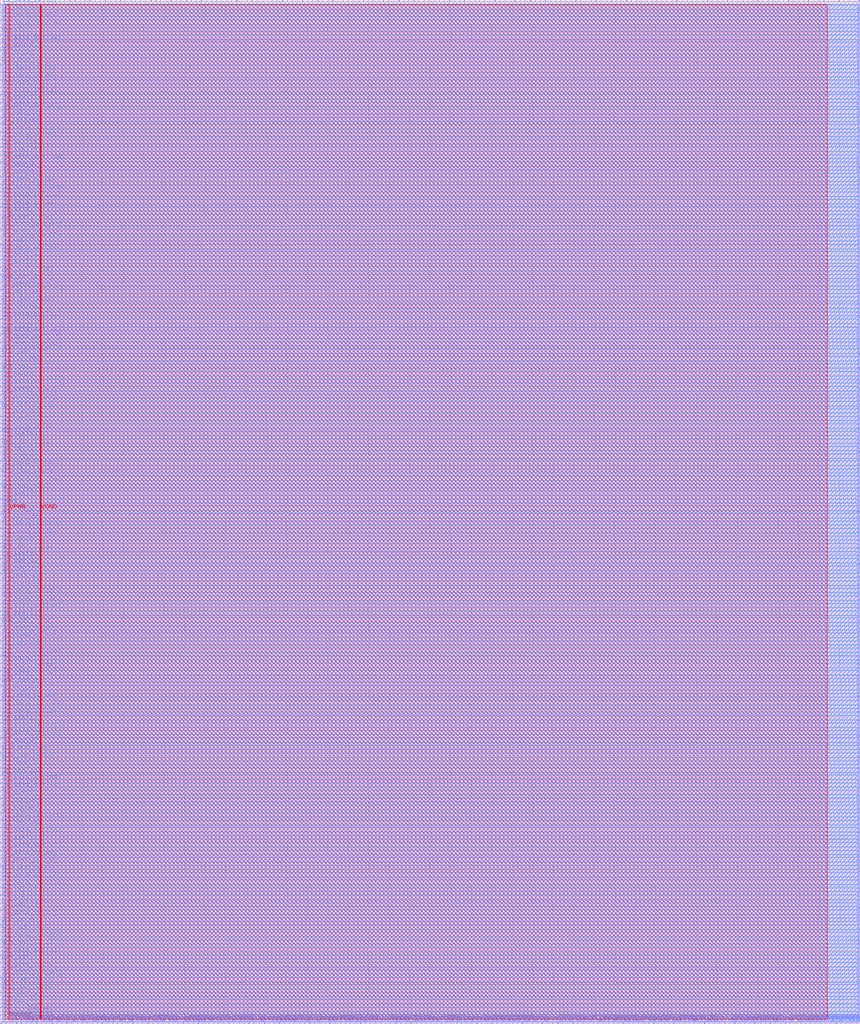
<source format=lef>
VERSION 5.7 ;
  NOWIREEXTENSIONATPIN ON ;
  DIVIDERCHAR "/" ;
  BUSBITCHARS "[]" ;
MACRO Ibtida_top_dffram_cv
  CLASS BLOCK ;
  FOREIGN Ibtida_top_dffram_cv ;
  ORIGIN 0.000 0.000 ;
  SIZE 2100.000 BY 2500.000 ;
  PIN io_in[0]
    DIRECTION INPUT ;
    PORT
      LAYER met2 ;
        RECT 108.650 2496.000 108.930 2500.000 ;
    END
  END io_in[0]
  PIN io_in[10]
    DIRECTION INPUT ;
    PORT
      LAYER met3 ;
        RECT 2096.000 1015.960 2100.000 1016.560 ;
    END
  END io_in[10]
  PIN io_in[11]
    DIRECTION INPUT ;
    PORT
      LAYER met2 ;
        RECT 1627.570 2496.000 1627.850 2500.000 ;
    END
  END io_in[11]
  PIN io_in[12]
    DIRECTION INPUT ;
    PORT
      LAYER met2 ;
        RECT 1645.050 0.000 1645.330 4.000 ;
    END
  END io_in[12]
  PIN io_in[13]
    DIRECTION INPUT ;
    PORT
      LAYER met3 ;
        RECT 0.000 1391.320 4.000 1391.920 ;
    END
  END io_in[13]
  PIN io_in[14]
    DIRECTION INPUT ;
    PORT
      LAYER met3 ;
        RECT 0.000 514.120 4.000 514.720 ;
    END
  END io_in[14]
  PIN io_in[15]
    DIRECTION INPUT ;
    PORT
      LAYER met2 ;
        RECT 231.930 2496.000 232.210 2500.000 ;
    END
  END io_in[15]
  PIN io_in[16]
    DIRECTION INPUT ;
    PORT
      LAYER met2 ;
        RECT 447.210 0.000 447.490 4.000 ;
    END
  END io_in[16]
  PIN io_in[17]
    DIRECTION INPUT ;
    PORT
      LAYER met2 ;
        RECT 1232.890 2496.000 1233.170 2500.000 ;
    END
  END io_in[17]
  PIN io_in[18]
    DIRECTION INPUT ;
    PORT
      LAYER met2 ;
        RECT 1967.050 0.000 1967.330 4.000 ;
    END
  END io_in[18]
  PIN io_in[19]
    DIRECTION INPUT ;
    PORT
      LAYER met2 ;
        RECT 886.970 2496.000 887.250 2500.000 ;
    END
  END io_in[19]
  PIN io_in[1]
    DIRECTION INPUT ;
    PORT
      LAYER met3 ;
        RECT 2096.000 650.120 2100.000 650.720 ;
    END
  END io_in[1]
  PIN io_in[20]
    DIRECTION INPUT ;
    PORT
      LAYER met2 ;
        RECT 150.970 0.000 151.250 4.000 ;
    END
  END io_in[20]
  PIN io_in[21]
    DIRECTION INPUT ;
    PORT
      LAYER met3 ;
        RECT 0.000 1062.200 4.000 1062.800 ;
    END
  END io_in[21]
  PIN io_in[22]
    DIRECTION INPUT ;
    PORT
      LAYER met2 ;
        RECT 410.410 0.000 410.690 4.000 ;
    END
  END io_in[22]
  PIN io_in[23]
    DIRECTION INPUT ;
    PORT
      LAYER met2 ;
        RECT 1590.770 2496.000 1591.050 2500.000 ;
    END
  END io_in[23]
  PIN io_in[24]
    DIRECTION INPUT ;
    PORT
      LAYER met3 ;
        RECT 2096.000 66.680 2100.000 67.280 ;
    END
  END io_in[24]
  PIN io_in[25]
    DIRECTION INPUT ;
    PORT
      LAYER met3 ;
        RECT 0.000 806.520 4.000 807.120 ;
    END
  END io_in[25]
  PIN io_in[26]
    DIRECTION INPUT ;
    PORT
      LAYER met2 ;
        RECT 237.450 0.000 237.730 4.000 ;
    END
  END io_in[26]
  PIN io_in[27]
    DIRECTION INPUT ;
    PORT
      LAYER met3 ;
        RECT 0.000 1098.920 4.000 1099.520 ;
    END
  END io_in[27]
  PIN io_in[28]
    DIRECTION INPUT ;
    PORT
      LAYER met3 ;
        RECT 2096.000 1947.560 2100.000 1948.160 ;
    END
  END io_in[28]
  PIN io_in[29]
    DIRECTION INPUT ;
    PORT
      LAYER met2 ;
        RECT 484.010 0.000 484.290 4.000 ;
    END
  END io_in[29]
  PIN io_in[2]
    DIRECTION INPUT ;
    PORT
      LAYER met3 ;
        RECT 0.000 2359.640 4.000 2360.240 ;
    END
  END io_in[2]
  PIN io_in[30]
    DIRECTION INPUT ;
    PORT
      LAYER met2 ;
        RECT 1929.330 0.000 1929.610 4.000 ;
    END
  END io_in[30]
  PIN io_in[31]
    DIRECTION INPUT ;
    PORT
      LAYER met2 ;
        RECT 874.090 2496.000 874.370 2500.000 ;
    END
  END io_in[31]
  PIN io_in[32]
    DIRECTION INPUT ;
    PORT
      LAYER met3 ;
        RECT 0.000 314.200 4.000 314.800 ;
    END
  END io_in[32]
  PIN io_in[33]
    DIRECTION INPUT ;
    PORT
      LAYER met2 ;
        RECT 973.450 2496.000 973.730 2500.000 ;
    END
  END io_in[33]
  PIN io_in[34]
    DIRECTION INPUT ;
    PORT
      LAYER met2 ;
        RECT 824.410 2496.000 824.690 2500.000 ;
    END
  END io_in[34]
  PIN io_in[35]
    DIRECTION INPUT ;
    PORT
      LAYER met2 ;
        RECT 1015.770 0.000 1016.050 4.000 ;
    END
  END io_in[35]
  PIN io_in[36]
    DIRECTION INPUT ;
    PORT
      LAYER met3 ;
        RECT 2096.000 2001.960 2100.000 2002.560 ;
    END
  END io_in[36]
  PIN io_in[37]
    DIRECTION INPUT ;
    PORT
      LAYER met2 ;
        RECT 2035.130 2496.000 2035.410 2500.000 ;
    END
  END io_in[37]
  PIN io_in[3]
    DIRECTION INPUT ;
    PORT
      LAYER met3 ;
        RECT 2096.000 1436.200 2100.000 1436.800 ;
    END
  END io_in[3]
  PIN io_in[4]
    DIRECTION INPUT ;
    PORT
      LAYER met2 ;
        RECT 817.970 0.000 818.250 4.000 ;
    END
  END io_in[4]
  PIN io_in[5]
    DIRECTION INPUT ;
    PORT
      LAYER met2 ;
        RECT 323.930 0.000 324.210 4.000 ;
    END
  END io_in[5]
  PIN io_in[6]
    DIRECTION INPUT ;
    PORT
      LAYER met3 ;
        RECT 2096.000 2422.200 2100.000 2422.800 ;
    END
  END io_in[6]
  PIN io_in[7]
    DIRECTION INPUT ;
    PORT
      LAYER met2 ;
        RECT 1195.170 2496.000 1195.450 2500.000 ;
    END
  END io_in[7]
  PIN io_in[8]
    DIRECTION INPUT ;
    PORT
      LAYER met2 ;
        RECT 182.250 2496.000 182.530 2500.000 ;
    END
  END io_in[8]
  PIN io_in[9]
    DIRECTION INPUT ;
    PORT
      LAYER met2 ;
        RECT 454.570 2496.000 454.850 2500.000 ;
    END
  END io_in[9]
  PIN io_oeb[0]
    DIRECTION OUTPUT TRISTATE ;
    PORT
      LAYER met3 ;
        RECT 2096.000 1417.160 2100.000 1417.760 ;
    END
  END io_oeb[0]
  PIN io_oeb[10]
    DIRECTION OUTPUT TRISTATE ;
    PORT
      LAYER met3 ;
        RECT 2096.000 2203.240 2100.000 2203.840 ;
    END
  END io_oeb[10]
  PIN io_oeb[11]
    DIRECTION OUTPUT TRISTATE ;
    PORT
      LAYER met3 ;
        RECT 2096.000 1161.480 2100.000 1162.080 ;
    END
  END io_oeb[11]
  PIN io_oeb[12]
    DIRECTION OUTPUT TRISTATE ;
    PORT
      LAYER met3 ;
        RECT 0.000 734.440 4.000 735.040 ;
    END
  END io_oeb[12]
  PIN io_oeb[13]
    DIRECTION OUTPUT TRISTATE ;
    PORT
      LAYER met2 ;
        RECT 478.490 2496.000 478.770 2500.000 ;
    END
  END io_oeb[13]
  PIN io_oeb[14]
    DIRECTION OUTPUT TRISTATE ;
    PORT
      LAYER met2 ;
        RECT 397.530 0.000 397.810 4.000 ;
    END
  END io_oeb[14]
  PIN io_oeb[15]
    DIRECTION OUTPUT TRISTATE ;
    PORT
      LAYER met3 ;
        RECT 2096.000 340.040 2100.000 340.640 ;
    END
  END io_oeb[15]
  PIN io_oeb[16]
    DIRECTION OUTPUT TRISTATE ;
    PORT
      LAYER met3 ;
        RECT 0.000 606.600 4.000 607.200 ;
    END
  END io_oeb[16]
  PIN io_oeb[17]
    DIRECTION OUTPUT TRISTATE ;
    PORT
      LAYER met3 ;
        RECT 2096.000 1124.760 2100.000 1125.360 ;
    END
  END io_oeb[17]
  PIN io_oeb[18]
    DIRECTION OUTPUT TRISTATE ;
    PORT
      LAYER met2 ;
        RECT 1596.290 0.000 1596.570 4.000 ;
    END
  END io_oeb[18]
  PIN io_oeb[19]
    DIRECTION OUTPUT TRISTATE ;
    PORT
      LAYER met2 ;
        RECT 299.090 0.000 299.370 4.000 ;
    END
  END io_oeb[19]
  PIN io_oeb[1]
    DIRECTION OUTPUT TRISTATE ;
    PORT
      LAYER met2 ;
        RECT 564.970 2496.000 565.250 2500.000 ;
    END
  END io_oeb[1]
  PIN io_oeb[20]
    DIRECTION OUTPUT TRISTATE ;
    PORT
      LAYER met3 ;
        RECT 2096.000 2166.520 2100.000 2167.120 ;
    END
  END io_oeb[20]
  PIN io_oeb[21]
    DIRECTION OUTPUT TRISTATE ;
    PORT
      LAYER met2 ;
        RECT 1504.290 2496.000 1504.570 2500.000 ;
    END
  END io_oeb[21]
  PIN io_oeb[22]
    DIRECTION OUTPUT TRISTATE ;
    PORT
      LAYER met3 ;
        RECT 0.000 39.480 4.000 40.080 ;
    END
  END io_oeb[22]
  PIN io_oeb[23]
    DIRECTION OUTPUT TRISTATE ;
    PORT
      LAYER met3 ;
        RECT 0.000 277.480 4.000 278.080 ;
    END
  END io_oeb[23]
  PIN io_oeb[24]
    DIRECTION OUTPUT TRISTATE ;
    PORT
      LAYER met3 ;
        RECT 0.000 1135.640 4.000 1136.240 ;
    END
  END io_oeb[24]
  PIN io_oeb[25]
    DIRECTION OUTPUT TRISTATE ;
    PORT
      LAYER met2 ;
        RECT 1657.930 0.000 1658.210 4.000 ;
    END
  END io_oeb[25]
  PIN io_oeb[26]
    DIRECTION OUTPUT TRISTATE ;
    PORT
      LAYER met2 ;
        RECT 1323.970 0.000 1324.250 4.000 ;
    END
  END io_oeb[26]
  PIN io_oeb[27]
    DIRECTION OUTPUT TRISTATE ;
    PORT
      LAYER met3 ;
        RECT 2096.000 2458.920 2100.000 2459.520 ;
    END
  END io_oeb[27]
  PIN io_oeb[28]
    DIRECTION OUTPUT TRISTATE ;
    PORT
      LAYER met2 ;
        RECT 1899.890 2496.000 1900.170 2500.000 ;
    END
  END io_oeb[28]
  PIN io_oeb[29]
    DIRECTION OUTPUT TRISTATE ;
    PORT
      LAYER met2 ;
        RECT 1990.970 0.000 1991.250 4.000 ;
    END
  END io_oeb[29]
  PIN io_oeb[2]
    DIRECTION OUTPUT TRISTATE ;
    PORT
      LAYER met2 ;
        RECT 1146.410 2496.000 1146.690 2500.000 ;
    END
  END io_oeb[2]
  PIN io_oeb[30]
    DIRECTION OUTPUT TRISTATE ;
    PORT
      LAYER met3 ;
        RECT 0.000 1081.240 4.000 1081.840 ;
    END
  END io_oeb[30]
  PIN io_oeb[31]
    DIRECTION OUTPUT TRISTATE ;
    PORT
      LAYER met2 ;
        RECT 1200.690 0.000 1200.970 4.000 ;
    END
  END io_oeb[31]
  PIN io_oeb[32]
    DIRECTION OUTPUT TRISTATE ;
    PORT
      LAYER met2 ;
        RECT 170.290 2496.000 170.570 2500.000 ;
    END
  END io_oeb[32]
  PIN io_oeb[33]
    DIRECTION OUTPUT TRISTATE ;
    PORT
      LAYER met3 ;
        RECT 0.000 2468.440 4.000 2469.040 ;
    END
  END io_oeb[33]
  PIN io_oeb[34]
    DIRECTION OUTPUT TRISTATE ;
    PORT
      LAYER met2 ;
        RECT 335.890 0.000 336.170 4.000 ;
    END
  END io_oeb[34]
  PIN io_oeb[35]
    DIRECTION OUTPUT TRISTATE ;
    PORT
      LAYER met3 ;
        RECT 0.000 1226.760 4.000 1227.360 ;
    END
  END io_oeb[35]
  PIN io_oeb[36]
    DIRECTION OUTPUT TRISTATE ;
    PORT
      LAYER met2 ;
        RECT 70.930 2496.000 71.210 2500.000 ;
    END
  END io_oeb[36]
  PIN io_oeb[37]
    DIRECTION OUTPUT TRISTATE ;
    PORT
      LAYER met3 ;
        RECT 2096.000 1508.280 2100.000 1508.880 ;
    END
  END io_oeb[37]
  PIN io_oeb[3]
    DIRECTION OUTPUT TRISTATE ;
    PORT
      LAYER met3 ;
        RECT 0.000 624.280 4.000 624.880 ;
    END
  END io_oeb[3]
  PIN io_oeb[4]
    DIRECTION OUTPUT TRISTATE ;
    PORT
      LAYER met2 ;
        RECT 1998.330 2496.000 1998.610 2500.000 ;
    END
  END io_oeb[4]
  PIN io_oeb[5]
    DIRECTION OUTPUT TRISTATE ;
    PORT
      LAYER met2 ;
        RECT 639.490 2496.000 639.770 2500.000 ;
    END
  END io_oeb[5]
  PIN io_oeb[6]
    DIRECTION OUTPUT TRISTATE ;
    PORT
      LAYER met2 ;
        RECT 2096.770 2496.000 2097.050 2500.000 ;
    END
  END io_oeb[6]
  PIN io_oeb[7]
    DIRECTION OUTPUT TRISTATE ;
    PORT
      LAYER met2 ;
        RECT 1052.570 0.000 1052.850 4.000 ;
    END
  END io_oeb[7]
  PIN io_oeb[8]
    DIRECTION OUTPUT TRISTATE ;
    PORT
      LAYER met2 ;
        RECT 1702.090 2496.000 1702.370 2500.000 ;
    END
  END io_oeb[8]
  PIN io_oeb[9]
    DIRECTION OUTPUT TRISTATE ;
    PORT
      LAYER met2 ;
        RECT 434.330 0.000 434.610 4.000 ;
    END
  END io_oeb[9]
  PIN io_out[0]
    DIRECTION OUTPUT TRISTATE ;
    PORT
      LAYER met2 ;
        RECT 516.210 2496.000 516.490 2500.000 ;
    END
  END io_out[0]
  PIN io_out[10]
    DIRECTION OUTPUT TRISTATE ;
    PORT
      LAYER met2 ;
        RECT 416.850 2496.000 417.130 2500.000 ;
    END
  END io_out[10]
  PIN io_out[11]
    DIRECTION OUTPUT TRISTATE ;
    PORT
      LAYER met2 ;
        RECT 545.650 0.000 545.930 4.000 ;
    END
  END io_out[11]
  PIN io_out[12]
    DIRECTION OUTPUT TRISTATE ;
    PORT
      LAYER met2 ;
        RECT 1534.650 0.000 1534.930 4.000 ;
    END
  END io_out[12]
  PIN io_out[13]
    DIRECTION OUTPUT TRISTATE ;
    PORT
      LAYER met2 ;
        RECT 1608.250 0.000 1608.530 4.000 ;
    END
  END io_out[13]
  PIN io_out[14]
    DIRECTION OUTPUT TRISTATE ;
    PORT
      LAYER met3 ;
        RECT 2096.000 1362.760 2100.000 1363.360 ;
    END
  END io_out[14]
  PIN io_out[15]
    DIRECTION OUTPUT TRISTATE ;
    PORT
      LAYER met3 ;
        RECT 2096.000 2257.640 2100.000 2258.240 ;
    END
  END io_out[15]
  PIN io_out[16]
    DIRECTION OUTPUT TRISTATE ;
    PORT
      LAYER met3 ;
        RECT 0.000 2140.680 4.000 2141.280 ;
    END
  END io_out[16]
  PIN io_out[17]
    DIRECTION OUTPUT TRISTATE ;
    PORT
      LAYER met2 ;
        RECT 26.770 0.000 27.050 4.000 ;
    END
  END io_out[17]
  PIN io_out[18]
    DIRECTION OUTPUT TRISTATE ;
    PORT
      LAYER met2 ;
        RECT 212.610 0.000 212.890 4.000 ;
    END
  END io_out[18]
  PIN io_out[19]
    DIRECTION OUTPUT TRISTATE ;
    PORT
      LAYER met2 ;
        RECT 1281.650 2496.000 1281.930 2500.000 ;
    END
  END io_out[19]
  PIN io_out[1]
    DIRECTION OUTPUT TRISTATE ;
    PORT
      LAYER met3 ;
        RECT 0.000 550.840 4.000 551.440 ;
    END
  END io_out[1]
  PIN io_out[20]
    DIRECTION OUTPUT TRISTATE ;
    PORT
      LAYER met2 ;
        RECT 1237.490 0.000 1237.770 4.000 ;
    END
  END io_out[20]
  PIN io_out[21]
    DIRECTION OUTPUT TRISTATE ;
    PORT
      LAYER met2 ;
        RECT 249.410 0.000 249.690 4.000 ;
    END
  END io_out[21]
  PIN io_out[22]
    DIRECTION OUTPUT TRISTATE ;
    PORT
      LAYER met2 ;
        RECT 520.810 0.000 521.090 4.000 ;
    END
  END io_out[22]
  PIN io_out[23]
    DIRECTION OUTPUT TRISTATE ;
    PORT
      LAYER met2 ;
        RECT 1794.090 0.000 1794.370 4.000 ;
    END
  END io_out[23]
  PIN io_out[24]
    DIRECTION OUTPUT TRISTATE ;
    PORT
      LAYER met3 ;
        RECT 2096.000 1564.040 2100.000 1564.640 ;
    END
  END io_out[24]
  PIN io_out[25]
    DIRECTION OUTPUT TRISTATE ;
    PORT
      LAYER met3 ;
        RECT 0.000 1848.280 4.000 1848.880 ;
    END
  END io_out[25]
  PIN io_out[26]
    DIRECTION OUTPUT TRISTATE ;
    PORT
      LAYER met2 ;
        RECT 422.370 0.000 422.650 4.000 ;
    END
  END io_out[26]
  PIN io_out[27]
    DIRECTION OUTPUT TRISTATE ;
    PORT
      LAYER met2 ;
        RECT 528.170 2496.000 528.450 2500.000 ;
    END
  END io_out[27]
  PIN io_out[28]
    DIRECTION OUTPUT TRISTATE ;
    PORT
      LAYER met2 ;
        RECT 472.050 0.000 472.330 4.000 ;
    END
  END io_out[28]
  PIN io_out[29]
    DIRECTION OUTPUT TRISTATE ;
    PORT
      LAYER met3 ;
        RECT 0.000 1245.800 4.000 1246.400 ;
    END
  END io_out[29]
  PIN io_out[2]
    DIRECTION OUTPUT TRISTATE ;
    PORT
      LAYER met3 ;
        RECT 2096.000 2348.760 2100.000 2349.360 ;
    END
  END io_out[2]
  PIN io_out[30]
    DIRECTION OUTPUT TRISTATE ;
    PORT
      LAYER met2 ;
        RECT 948.610 2496.000 948.890 2500.000 ;
    END
  END io_out[30]
  PIN io_out[31]
    DIRECTION OUTPUT TRISTATE ;
    PORT
      LAYER met3 ;
        RECT 2096.000 522.280 2100.000 522.880 ;
    END
  END io_out[31]
  PIN io_out[32]
    DIRECTION OUTPUT TRISTATE ;
    PORT
      LAYER met2 ;
        RECT 1331.330 2496.000 1331.610 2500.000 ;
    END
  END io_out[32]
  PIN io_out[33]
    DIRECTION OUTPUT TRISTATE ;
    PORT
      LAYER met2 ;
        RECT 862.130 2496.000 862.410 2500.000 ;
    END
  END io_out[33]
  PIN io_out[34]
    DIRECTION OUTPUT TRISTATE ;
    PORT
      LAYER met2 ;
        RECT 355.210 2496.000 355.490 2500.000 ;
    END
  END io_out[34]
  PIN io_out[35]
    DIRECTION OUTPUT TRISTATE ;
    PORT
      LAYER met3 ;
        RECT 2096.000 632.440 2100.000 633.040 ;
    END
  END io_out[35]
  PIN io_out[36]
    DIRECTION OUTPUT TRISTATE ;
    PORT
      LAYER met3 ;
        RECT 0.000 1482.440 4.000 1483.040 ;
    END
  END io_out[36]
  PIN io_out[37]
    DIRECTION OUTPUT TRISTATE ;
    PORT
      LAYER met3 ;
        RECT 2096.000 2312.040 2100.000 2312.640 ;
    END
  END io_out[37]
  PIN io_out[3]
    DIRECTION OUTPUT TRISTATE ;
    PORT
      LAYER met2 ;
        RECT 1368.130 2496.000 1368.410 2500.000 ;
    END
  END io_out[3]
  PIN io_out[4]
    DIRECTION OUTPUT TRISTATE ;
    PORT
      LAYER met3 ;
        RECT 2096.000 924.840 2100.000 925.440 ;
    END
  END io_out[4]
  PIN io_out[5]
    DIRECTION OUTPUT TRISTATE ;
    PORT
      LAYER met3 ;
        RECT 0.000 1373.640 4.000 1374.240 ;
    END
  END io_out[5]
  PIN io_out[6]
    DIRECTION OUTPUT TRISTATE ;
    PORT
      LAYER met2 ;
        RECT 1751.770 2496.000 1752.050 2500.000 ;
    END
  END io_out[6]
  PIN io_out[7]
    DIRECTION OUTPUT TRISTATE ;
    PORT
      LAYER met2 ;
        RECT 558.530 0.000 558.810 4.000 ;
    END
  END io_out[7]
  PIN io_out[8]
    DIRECTION OUTPUT TRISTATE ;
    PORT
      LAYER met2 ;
        RECT 1225.530 0.000 1225.810 4.000 ;
    END
  END io_out[8]
  PIN io_out[9]
    DIRECTION OUTPUT TRISTATE ;
    PORT
      LAYER met2 ;
        RECT 243.890 2496.000 244.170 2500.000 ;
    END
  END io_out[9]
  PIN la_data_in[0]
    DIRECTION INPUT ;
    PORT
      LAYER met2 ;
        RECT 1064.530 0.000 1064.810 4.000 ;
    END
  END la_data_in[0]
  PIN la_data_in[100]
    DIRECTION INPUT ;
    PORT
      LAYER met3 ;
        RECT 2096.000 467.880 2100.000 468.480 ;
    END
  END la_data_in[100]
  PIN la_data_in[101]
    DIRECTION INPUT ;
    PORT
      LAYER met3 ;
        RECT 2096.000 121.080 2100.000 121.680 ;
    END
  END la_data_in[101]
  PIN la_data_in[102]
    DIRECTION INPUT ;
    PORT
      LAYER met2 ;
        RECT 651.450 2496.000 651.730 2500.000 ;
    END
  END la_data_in[102]
  PIN la_data_in[103]
    DIRECTION INPUT ;
    PORT
      LAYER met2 ;
        RECT 1862.170 2496.000 1862.450 2500.000 ;
    END
  END la_data_in[103]
  PIN la_data_in[104]
    DIRECTION INPUT ;
    PORT
      LAYER met2 ;
        RECT 1405.850 2496.000 1406.130 2500.000 ;
    END
  END la_data_in[104]
  PIN la_data_in[105]
    DIRECTION INPUT ;
    PORT
      LAYER met2 ;
        RECT 1719.570 0.000 1719.850 4.000 ;
    END
  END la_data_in[105]
  PIN la_data_in[106]
    DIRECTION INPUT ;
    PORT
      LAYER met3 ;
        RECT 0.000 1044.520 4.000 1045.120 ;
    END
  END la_data_in[106]
  PIN la_data_in[107]
    DIRECTION INPUT ;
    PORT
      LAYER met3 ;
        RECT 2096.000 777.960 2100.000 778.560 ;
    END
  END la_data_in[107]
  PIN la_data_in[108]
    DIRECTION INPUT ;
    PORT
      LAYER met2 ;
        RECT 1986.370 2496.000 1986.650 2500.000 ;
    END
  END la_data_in[108]
  PIN la_data_in[109]
    DIRECTION INPUT ;
    PORT
      LAYER met3 ;
        RECT 0.000 897.640 4.000 898.240 ;
    END
  END la_data_in[109]
  PIN la_data_in[10]
    DIRECTION INPUT ;
    PORT
      LAYER met3 ;
        RECT 0.000 1792.520 4.000 1793.120 ;
    END
  END la_data_in[10]
  PIN la_data_in[110]
    DIRECTION INPUT ;
    PORT
      LAYER met2 ;
        RECT 39.650 0.000 39.930 4.000 ;
    END
  END la_data_in[110]
  PIN la_data_in[111]
    DIRECTION INPUT ;
    PORT
      LAYER met3 ;
        RECT 0.000 879.960 4.000 880.560 ;
    END
  END la_data_in[111]
  PIN la_data_in[112]
    DIRECTION INPUT ;
    PORT
      LAYER met2 ;
        RECT 1830.890 0.000 1831.170 4.000 ;
    END
  END la_data_in[112]
  PIN la_data_in[113]
    DIRECTION INPUT ;
    PORT
      LAYER met2 ;
        RECT 1954.170 0.000 1954.450 4.000 ;
    END
  END la_data_in[113]
  PIN la_data_in[114]
    DIRECTION INPUT ;
    PORT
      LAYER met2 ;
        RECT 676.290 2496.000 676.570 2500.000 ;
    END
  END la_data_in[114]
  PIN la_data_in[115]
    DIRECTION INPUT ;
    PORT
      LAYER met3 ;
        RECT 0.000 934.360 4.000 934.960 ;
    END
  END la_data_in[115]
  PIN la_data_in[116]
    DIRECTION INPUT ;
    PORT
      LAYER met2 ;
        RECT 347.850 0.000 348.130 4.000 ;
    END
  END la_data_in[116]
  PIN la_data_in[117]
    DIRECTION INPUT ;
    PORT
      LAYER met2 ;
        RECT 1565.930 2496.000 1566.210 2500.000 ;
    END
  END la_data_in[117]
  PIN la_data_in[118]
    DIRECTION INPUT ;
    PORT
      LAYER met2 ;
        RECT 1410.450 0.000 1410.730 4.000 ;
    END
  END la_data_in[118]
  PIN la_data_in[119]
    DIRECTION INPUT ;
    PORT
      LAYER met2 ;
        RECT 138.090 0.000 138.370 4.000 ;
    END
  END la_data_in[119]
  PIN la_data_in[11]
    DIRECTION INPUT ;
    PORT
      LAYER met3 ;
        RECT 0.000 2487.480 4.000 2488.080 ;
    END
  END la_data_in[11]
  PIN la_data_in[120]
    DIRECTION INPUT ;
    PORT
      LAYER met3 ;
        RECT 0.000 697.720 4.000 698.320 ;
    END
  END la_data_in[120]
  PIN la_data_in[121]
    DIRECTION INPUT ;
    PORT
      LAYER met3 ;
        RECT 0.000 2012.840 4.000 2013.440 ;
    END
  END la_data_in[121]
  PIN la_data_in[122]
    DIRECTION INPUT ;
    PORT
      LAYER met3 ;
        RECT 0.000 1920.360 4.000 1920.960 ;
    END
  END la_data_in[122]
  PIN la_data_in[123]
    DIRECTION INPUT ;
    PORT
      LAYER met3 ;
        RECT 2096.000 1070.360 2100.000 1070.960 ;
    END
  END la_data_in[123]
  PIN la_data_in[124]
    DIRECTION INPUT ;
    PORT
      LAYER met3 ;
        RECT 0.000 752.120 4.000 752.720 ;
    END
  END la_data_in[124]
  PIN la_data_in[125]
    DIRECTION INPUT ;
    PORT
      LAYER met3 ;
        RECT 2096.000 29.960 2100.000 30.560 ;
    END
  END la_data_in[125]
  PIN la_data_in[126]
    DIRECTION INPUT ;
    PORT
      LAYER met3 ;
        RECT 2096.000 1928.520 2100.000 1929.120 ;
    END
  END la_data_in[126]
  PIN la_data_in[127]
    DIRECTION INPUT ;
    PORT
      LAYER met2 ;
        RECT 58.970 2496.000 59.250 2500.000 ;
    END
  END la_data_in[127]
  PIN la_data_in[12]
    DIRECTION INPUT ;
    PORT
      LAYER met3 ;
        RECT 2096.000 2476.600 2100.000 2477.200 ;
    END
  END la_data_in[12]
  PIN la_data_in[13]
    DIRECTION INPUT ;
    PORT
      LAYER met2 ;
        RECT 570.490 0.000 570.770 4.000 ;
    END
  END la_data_in[13]
  PIN la_data_in[14]
    DIRECTION INPUT ;
    PORT
      LAYER met2 ;
        RECT 533.690 0.000 533.970 4.000 ;
    END
  END la_data_in[14]
  PIN la_data_in[15]
    DIRECTION INPUT ;
    PORT
      LAYER met2 ;
        RECT 812.450 2496.000 812.730 2500.000 ;
    END
  END la_data_in[15]
  PIN la_data_in[16]
    DIRECTION INPUT ;
    PORT
      LAYER met3 ;
        RECT 0.000 130.600 4.000 131.200 ;
    END
  END la_data_in[16]
  PIN la_data_in[17]
    DIRECTION INPUT ;
    PORT
      LAYER met2 ;
        RECT 162.930 0.000 163.210 4.000 ;
    END
  END la_data_in[17]
  PIN la_data_in[18]
    DIRECTION INPUT ;
    PORT
      LAYER met2 ;
        RECT 491.370 2496.000 491.650 2500.000 ;
    END
  END la_data_in[18]
  PIN la_data_in[19]
    DIRECTION INPUT ;
    PORT
      LAYER met2 ;
        RECT 2003.850 0.000 2004.130 4.000 ;
    END
  END la_data_in[19]
  PIN la_data_in[1]
    DIRECTION INPUT ;
    PORT
      LAYER met2 ;
        RECT 1738.890 2496.000 1739.170 2500.000 ;
    END
  END la_data_in[1]
  PIN la_data_in[20]
    DIRECTION INPUT ;
    PORT
      LAYER met3 ;
        RECT 2096.000 613.400 2100.000 614.000 ;
    END
  END la_data_in[20]
  PIN la_data_in[21]
    DIRECTION INPUT ;
    PORT
      LAYER met2 ;
        RECT 1435.290 0.000 1435.570 4.000 ;
    END
  END la_data_in[21]
  PIN la_data_in[22]
    DIRECTION INPUT ;
    PORT
      LAYER met2 ;
        RECT 187.770 0.000 188.050 4.000 ;
    END
  END la_data_in[22]
  PIN la_data_in[23]
    DIRECTION INPUT ;
    PORT
      LAYER met3 ;
        RECT 2096.000 2275.320 2100.000 2275.920 ;
    END
  END la_data_in[23]
  PIN la_data_in[24]
    DIRECTION INPUT ;
    PORT
      LAYER met3 ;
        RECT 2096.000 1308.360 2100.000 1308.960 ;
    END
  END la_data_in[24]
  PIN la_data_in[25]
    DIRECTION INPUT ;
    PORT
      LAYER met3 ;
        RECT 2096.000 1672.840 2100.000 1673.440 ;
    END
  END la_data_in[25]
  PIN la_data_in[26]
    DIRECTION INPUT ;
    PORT
      LAYER met2 ;
        RECT 701.130 2496.000 701.410 2500.000 ;
    END
  END la_data_in[26]
  PIN la_data_in[27]
    DIRECTION INPUT ;
    PORT
      LAYER met3 ;
        RECT 0.000 1519.160 4.000 1519.760 ;
    END
  END la_data_in[27]
  PIN la_data_in[28]
    DIRECTION INPUT ;
    PORT
      LAYER met3 ;
        RECT 2096.000 595.720 2100.000 596.320 ;
    END
  END la_data_in[28]
  PIN la_data_in[29]
    DIRECTION INPUT ;
    PORT
      LAYER met2 ;
        RECT 614.650 2496.000 614.930 2500.000 ;
    END
  END la_data_in[29]
  PIN la_data_in[2]
    DIRECTION INPUT ;
    PORT
      LAYER met3 ;
        RECT 0.000 1701.400 4.000 1702.000 ;
    END
  END la_data_in[2]
  PIN la_data_in[30]
    DIRECTION INPUT ;
    PORT
      LAYER met2 ;
        RECT 669.850 0.000 670.130 4.000 ;
    END
  END la_data_in[30]
  PIN la_data_in[31]
    DIRECTION INPUT ;
    PORT
      LAYER met3 ;
        RECT 2096.000 2331.080 2100.000 2331.680 ;
    END
  END la_data_in[31]
  PIN la_data_in[32]
    DIRECTION INPUT ;
    PORT
      LAYER met3 ;
        RECT 2096.000 1089.400 2100.000 1090.000 ;
    END
  END la_data_in[32]
  PIN la_data_in[33]
    DIRECTION INPUT ;
    PORT
      LAYER met3 ;
        RECT 0.000 350.920 4.000 351.520 ;
    END
  END la_data_in[33]
  PIN la_data_in[34]
    DIRECTION INPUT ;
    PORT
      LAYER met3 ;
        RECT 2096.000 1891.800 2100.000 1892.400 ;
    END
  END la_data_in[34]
  PIN la_data_in[35]
    DIRECTION INPUT ;
    PORT
      LAYER met2 ;
        RECT 1467.490 2496.000 1467.770 2500.000 ;
    END
  END la_data_in[35]
  PIN la_data_in[36]
    DIRECTION INPUT ;
    PORT
      LAYER met3 ;
        RECT 0.000 1993.800 4.000 1994.400 ;
    END
  END la_data_in[36]
  PIN la_data_in[37]
    DIRECTION INPUT ;
    PORT
      LAYER met3 ;
        RECT 0.000 2303.880 4.000 2304.480 ;
    END
  END la_data_in[37]
  PIN la_data_in[38]
    DIRECTION INPUT ;
    PORT
      LAYER met3 ;
        RECT 2096.000 2056.360 2100.000 2056.960 ;
    END
  END la_data_in[38]
  PIN la_data_in[39]
    DIRECTION INPUT ;
    PORT
      LAYER met3 ;
        RECT 2096.000 1783.000 2100.000 1783.600 ;
    END
  END la_data_in[39]
  PIN la_data_in[3]
    DIRECTION INPUT ;
    PORT
      LAYER met2 ;
        RECT 174.890 0.000 175.170 4.000 ;
    END
  END la_data_in[3]
  PIN la_data_in[40]
    DIRECTION INPUT ;
    PORT
      LAYER met3 ;
        RECT 0.000 2048.200 4.000 2048.800 ;
    END
  END la_data_in[40]
  PIN la_data_in[41]
    DIRECTION INPUT ;
    PORT
      LAYER met2 ;
        RECT 1294.530 2496.000 1294.810 2500.000 ;
    END
  END la_data_in[41]
  PIN la_data_in[42]
    DIRECTION INPUT ;
    PORT
      LAYER met3 ;
        RECT 0.000 258.440 4.000 259.040 ;
    END
  END la_data_in[42]
  PIN la_data_in[43]
    DIRECTION INPUT ;
    PORT
      LAYER met3 ;
        RECT 0.000 2268.520 4.000 2269.120 ;
    END
  END la_data_in[43]
  PIN la_data_in[44]
    DIRECTION INPUT ;
    PORT
      LAYER met3 ;
        RECT 2096.000 541.320 2100.000 541.920 ;
    END
  END la_data_in[44]
  PIN la_data_in[45]
    DIRECTION INPUT ;
    PORT
      LAYER met2 ;
        RECT 1319.370 2496.000 1319.650 2500.000 ;
    END
  END la_data_in[45]
  PIN la_data_in[46]
    DIRECTION INPUT ;
    PORT
      LAYER met3 ;
        RECT 0.000 2450.760 4.000 2451.360 ;
    END
  END la_data_in[46]
  PIN la_data_in[47]
    DIRECTION INPUT ;
    PORT
      LAYER met2 ;
        RECT 681.810 0.000 682.090 4.000 ;
    END
  END la_data_in[47]
  PIN la_data_in[48]
    DIRECTION INPUT ;
    PORT
      LAYER met2 ;
        RECT 1744.410 0.000 1744.690 4.000 ;
    END
  END la_data_in[48]
  PIN la_data_in[49]
    DIRECTION INPUT ;
    PORT
      LAYER met2 ;
        RECT 1492.330 2496.000 1492.610 2500.000 ;
    END
  END la_data_in[49]
  PIN la_data_in[4]
    DIRECTION INPUT ;
    PORT
      LAYER met2 ;
        RECT 2.850 0.000 3.130 4.000 ;
    END
  END la_data_in[4]
  PIN la_data_in[50]
    DIRECTION INPUT ;
    PORT
      LAYER met3 ;
        RECT 2096.000 1837.400 2100.000 1838.000 ;
    END
  END la_data_in[50]
  PIN la_data_in[51]
    DIRECTION INPUT ;
    PORT
      LAYER met3 ;
        RECT 0.000 953.400 4.000 954.000 ;
    END
  END la_data_in[51]
  PIN la_data_in[52]
    DIRECTION INPUT ;
    PORT
      LAYER met2 ;
        RECT 126.130 0.000 126.410 4.000 ;
    END
  END la_data_in[52]
  PIN la_data_in[53]
    DIRECTION INPUT ;
    PORT
      LAYER met3 ;
        RECT 2096.000 1271.640 2100.000 1272.240 ;
    END
  END la_data_in[53]
  PIN la_data_in[54]
    DIRECTION INPUT ;
    PORT
      LAYER met2 ;
        RECT 1553.970 2496.000 1554.250 2500.000 ;
    END
  END la_data_in[54]
  PIN la_data_in[55]
    DIRECTION INPUT ;
    PORT
      LAYER met2 ;
        RECT 2011.210 2496.000 2011.490 2500.000 ;
    END
  END la_data_in[55]
  PIN la_data_in[56]
    DIRECTION INPUT ;
    PORT
      LAYER met3 ;
        RECT 2096.000 2220.920 2100.000 2221.520 ;
    END
  END la_data_in[56]
  PIN la_data_in[57]
    DIRECTION INPUT ;
    PORT
      LAYER met3 ;
        RECT 2096.000 2294.360 2100.000 2294.960 ;
    END
  END la_data_in[57]
  PIN la_data_in[58]
    DIRECTION INPUT ;
    PORT
      LAYER met2 ;
        RECT 1880.570 0.000 1880.850 4.000 ;
    END
  END la_data_in[58]
  PIN la_data_in[59]
    DIRECTION INPUT ;
    PORT
      LAYER met2 ;
        RECT 2077.450 0.000 2077.730 4.000 ;
    END
  END la_data_in[59]
  PIN la_data_in[5]
    DIRECTION INPUT ;
    PORT
      LAYER met2 ;
        RECT 1571.450 0.000 1571.730 4.000 ;
    END
  END la_data_in[5]
  PIN la_data_in[60]
    DIRECTION INPUT ;
    PORT
      LAYER met3 ;
        RECT 0.000 862.280 4.000 862.880 ;
    END
  END la_data_in[60]
  PIN la_data_in[61]
    DIRECTION INPUT ;
    PORT
      LAYER met2 ;
        RECT 1602.730 2496.000 1603.010 2500.000 ;
    END
  END la_data_in[61]
  PIN la_data_in[62]
    DIRECTION INPUT ;
    PORT
      LAYER met3 ;
        RECT 2096.000 194.520 2100.000 195.120 ;
    END
  END la_data_in[62]
  PIN la_data_in[63]
    DIRECTION INPUT ;
    PORT
      LAYER met3 ;
        RECT 0.000 1536.840 4.000 1537.440 ;
    END
  END la_data_in[63]
  PIN la_data_in[64]
    DIRECTION INPUT ;
    PORT
      LAYER met2 ;
        RECT 1541.090 2496.000 1541.370 2500.000 ;
    END
  END la_data_in[64]
  PIN la_data_in[65]
    DIRECTION INPUT ;
    PORT
      LAYER met3 ;
        RECT 0.000 405.320 4.000 405.920 ;
    END
  END la_data_in[65]
  PIN la_data_in[66]
    DIRECTION INPUT ;
    PORT
      LAYER met2 ;
        RECT 1398.490 0.000 1398.770 4.000 ;
    END
  END la_data_in[66]
  PIN la_data_in[67]
    DIRECTION INPUT ;
    PORT
      LAYER met3 ;
        RECT 2096.000 1033.640 2100.000 1034.240 ;
    END
  END la_data_in[67]
  PIN la_data_in[68]
    DIRECTION INPUT ;
    PORT
      LAYER met3 ;
        RECT 0.000 2322.920 4.000 2323.520 ;
    END
  END la_data_in[68]
  PIN la_data_in[69]
    DIRECTION INPUT ;
    PORT
      LAYER met3 ;
        RECT 0.000 1885.000 4.000 1885.600 ;
    END
  END la_data_in[69]
  PIN la_data_in[6]
    DIRECTION INPUT ;
    PORT
      LAYER met3 ;
        RECT 2096.000 2385.480 2100.000 2386.080 ;
    END
  END la_data_in[6]
  PIN la_data_in[70]
    DIRECTION INPUT ;
    PORT
      LAYER met2 ;
        RECT 1306.490 2496.000 1306.770 2500.000 ;
    END
  END la_data_in[70]
  PIN la_data_in[71]
    DIRECTION INPUT ;
    PORT
      LAYER met2 ;
        RECT 1756.370 0.000 1756.650 4.000 ;
    END
  END la_data_in[71]
  PIN la_data_in[72]
    DIRECTION INPUT ;
    PORT
      LAYER met3 ;
        RECT 0.000 1190.040 4.000 1190.640 ;
    END
  END la_data_in[72]
  PIN la_data_in[73]
    DIRECTION INPUT ;
    PORT
      LAYER met2 ;
        RECT 132.570 2496.000 132.850 2500.000 ;
    END
  END la_data_in[73]
  PIN la_data_in[74]
    DIRECTION INPUT ;
    PORT
      LAYER met2 ;
        RECT 392.010 2496.000 392.290 2500.000 ;
    END
  END la_data_in[74]
  PIN la_data_in[75]
    DIRECTION INPUT ;
    PORT
      LAYER met2 ;
        RECT 842.810 0.000 843.090 4.000 ;
    END
  END la_data_in[75]
  PIN la_data_in[76]
    DIRECTION INPUT ;
    PORT
      LAYER met3 ;
        RECT 2096.000 888.120 2100.000 888.720 ;
    END
  END la_data_in[76]
  PIN la_data_in[77]
    DIRECTION INPUT ;
    PORT
      LAYER met3 ;
        RECT 2096.000 322.360 2100.000 322.960 ;
    END
  END la_data_in[77]
  PIN la_data_in[78]
    DIRECTION INPUT ;
    PORT
      LAYER met3 ;
        RECT 0.000 843.240 4.000 843.840 ;
    END
  END la_data_in[78]
  PIN la_data_in[79]
    DIRECTION INPUT ;
    PORT
      LAYER met2 ;
        RECT 1942.210 0.000 1942.490 4.000 ;
    END
  END la_data_in[79]
  PIN la_data_in[7]
    DIRECTION INPUT ;
    PORT
      LAYER met3 ;
        RECT 2096.000 1490.600 2100.000 1491.200 ;
    END
  END la_data_in[7]
  PIN la_data_in[80]
    DIRECTION INPUT ;
    PORT
      LAYER met2 ;
        RECT 1731.530 0.000 1731.810 4.000 ;
    END
  END la_data_in[80]
  PIN la_data_in[81]
    DIRECTION INPUT ;
    PORT
      LAYER met3 ;
        RECT 2096.000 47.640 2100.000 48.240 ;
    END
  END la_data_in[81]
  PIN la_data_in[82]
    DIRECTION INPUT ;
    PORT
      LAYER met3 ;
        RECT 2096.000 2239.960 2100.000 2240.560 ;
    END
  END la_data_in[82]
  PIN la_data_in[83]
    DIRECTION INPUT ;
    PORT
      LAYER met2 ;
        RECT 960.570 2496.000 960.850 2500.000 ;
    END
  END la_data_in[83]
  PIN la_data_in[84]
    DIRECTION INPUT ;
    PORT
      LAYER met2 ;
        RECT 101.290 0.000 101.570 4.000 ;
    END
  END la_data_in[84]
  PIN la_data_in[85]
    DIRECTION INPUT ;
    PORT
      LAYER met2 ;
        RECT 1262.330 0.000 1262.610 4.000 ;
    END
  END la_data_in[85]
  PIN la_data_in[86]
    DIRECTION INPUT ;
    PORT
      LAYER met3 ;
        RECT 0.000 2158.360 4.000 2158.960 ;
    END
  END la_data_in[86]
  PIN la_data_in[87]
    DIRECTION INPUT ;
    PORT
      LAYER met3 ;
        RECT 0.000 788.840 4.000 789.440 ;
    END
  END la_data_in[87]
  PIN la_data_in[88]
    DIRECTION INPUT ;
    PORT
      LAYER met2 ;
        RECT 1707.610 0.000 1707.890 4.000 ;
    END
  END la_data_in[88]
  PIN la_data_in[89]
    DIRECTION INPUT ;
    PORT
      LAYER met2 ;
        RECT 503.330 2496.000 503.610 2500.000 ;
    END
  END la_data_in[89]
  PIN la_data_in[8]
    DIRECTION INPUT ;
    PORT
      LAYER met2 ;
        RECT 2053.530 0.000 2053.810 4.000 ;
    END
  END la_data_in[8]
  PIN la_data_in[90]
    DIRECTION INPUT ;
    PORT
      LAYER met2 ;
        RECT 775.650 2496.000 775.930 2500.000 ;
    END
  END la_data_in[90]
  PIN la_data_in[91]
    DIRECTION INPUT ;
    PORT
      LAYER met2 ;
        RECT 1800.530 2496.000 1800.810 2500.000 ;
    END
  END la_data_in[91]
  PIN la_data_in[92]
    DIRECTION INPUT ;
    PORT
      LAYER met3 ;
        RECT 0.000 715.400 4.000 716.000 ;
    END
  END la_data_in[92]
  PIN la_data_in[93]
    DIRECTION INPUT ;
    PORT
      LAYER met3 ;
        RECT 0.000 1354.600 4.000 1355.200 ;
    END
  END la_data_in[93]
  PIN la_data_in[94]
    DIRECTION INPUT ;
    PORT
      LAYER met2 ;
        RECT 866.730 0.000 867.010 4.000 ;
    END
  END la_data_in[94]
  PIN la_data_in[95]
    DIRECTION INPUT ;
    PORT
      LAYER met2 ;
        RECT 380.050 2496.000 380.330 2500.000 ;
    END
  END la_data_in[95]
  PIN la_data_in[96]
    DIRECTION INPUT ;
    PORT
      LAYER met3 ;
        RECT 2096.000 578.040 2100.000 578.640 ;
    END
  END la_data_in[96]
  PIN la_data_in[97]
    DIRECTION INPUT ;
    PORT
      LAYER met3 ;
        RECT 0.000 1976.120 4.000 1976.720 ;
    END
  END la_data_in[97]
  PIN la_data_in[98]
    DIRECTION INPUT ;
    PORT
      LAYER met2 ;
        RECT 1509.810 0.000 1510.090 4.000 ;
    END
  END la_data_in[98]
  PIN la_data_in[99]
    DIRECTION INPUT ;
    PORT
      LAYER met3 ;
        RECT 2096.000 1545.000 2100.000 1545.600 ;
    END
  END la_data_in[99]
  PIN la_data_in[9]
    DIRECTION INPUT ;
    PORT
      LAYER met3 ;
        RECT 0.000 1445.720 4.000 1446.320 ;
    END
  END la_data_in[9]
  PIN la_data_out[0]
    DIRECTION OUTPUT TRISTATE ;
    PORT
      LAYER met2 ;
        RECT 1039.690 0.000 1039.970 4.000 ;
    END
  END la_data_out[0]
  PIN la_data_out[100]
    DIRECTION OUTPUT TRISTATE ;
    PORT
      LAYER met2 ;
        RECT 1979.010 0.000 1979.290 4.000 ;
    END
  END la_data_out[100]
  PIN la_data_out[101]
    DIRECTION OUTPUT TRISTATE ;
    PORT
      LAYER met3 ;
        RECT 2096.000 157.800 2100.000 158.400 ;
    END
  END la_data_out[101]
  PIN la_data_out[102]
    DIRECTION OUTPUT TRISTATE ;
    PORT
      LAYER met2 ;
        RECT 274.250 0.000 274.530 4.000 ;
    END
  END la_data_out[102]
  PIN la_data_out[103]
    DIRECTION OUTPUT TRISTATE ;
    PORT
      LAYER met2 ;
        RECT 113.250 0.000 113.530 4.000 ;
    END
  END la_data_out[103]
  PIN la_data_out[104]
    DIRECTION OUTPUT TRISTATE ;
    PORT
      LAYER met3 ;
        RECT 2096.000 1217.240 2100.000 1217.840 ;
    END
  END la_data_out[104]
  PIN la_data_out[105]
    DIRECTION OUTPUT TRISTATE ;
    PORT
      LAYER met3 ;
        RECT 0.000 496.440 4.000 497.040 ;
    END
  END la_data_out[105]
  PIN la_data_out[106]
    DIRECTION OUTPUT TRISTATE ;
    PORT
      LAYER met2 ;
        RECT 693.770 0.000 694.050 4.000 ;
    END
  END la_data_out[106]
  PIN la_data_out[107]
    DIRECTION OUTPUT TRISTATE ;
    PORT
      LAYER met3 ;
        RECT 0.000 2176.040 4.000 2176.640 ;
    END
  END la_data_out[107]
  PIN la_data_out[108]
    DIRECTION OUTPUT TRISTATE ;
    PORT
      LAYER met3 ;
        RECT 0.000 2103.960 4.000 2104.560 ;
    END
  END la_data_out[108]
  PIN la_data_out[109]
    DIRECTION OUTPUT TRISTATE ;
    PORT
      LAYER met3 ;
        RECT 0.000 2030.520 4.000 2031.120 ;
    END
  END la_data_out[109]
  PIN la_data_out[10]
    DIRECTION OUTPUT TRISTATE ;
    PORT
      LAYER met2 ;
        RECT 1948.650 2496.000 1948.930 2500.000 ;
    END
  END la_data_out[10]
  PIN la_data_out[110]
    DIRECTION OUTPUT TRISTATE ;
    PORT
      LAYER met2 ;
        RECT 1126.170 0.000 1126.450 4.000 ;
    END
  END la_data_out[110]
  PIN la_data_out[111]
    DIRECTION OUTPUT TRISTATE ;
    PORT
      LAYER met2 ;
        RECT 22.170 2496.000 22.450 2500.000 ;
    END
  END la_data_out[111]
  PIN la_data_out[112]
    DIRECTION OUTPUT TRISTATE ;
    PORT
      LAYER met2 ;
        RECT 1312.010 0.000 1312.290 4.000 ;
    END
  END la_data_out[112]
  PIN la_data_out[113]
    DIRECTION OUTPUT TRISTATE ;
    PORT
      LAYER met3 ;
        RECT 0.000 1555.880 4.000 1556.480 ;
    END
  END la_data_out[113]
  PIN la_data_out[114]
    DIRECTION OUTPUT TRISTATE ;
    PORT
      LAYER met2 ;
        RECT 1850.210 2496.000 1850.490 2500.000 ;
    END
  END la_data_out[114]
  PIN la_data_out[115]
    DIRECTION OUTPUT TRISTATE ;
    PORT
      LAYER met3 ;
        RECT 2096.000 2367.800 2100.000 2368.400 ;
    END
  END la_data_out[115]
  PIN la_data_out[116]
    DIRECTION OUTPUT TRISTATE ;
    PORT
      LAYER met2 ;
        RECT 1496.930 0.000 1497.210 4.000 ;
    END
  END la_data_out[116]
  PIN la_data_out[117]
    DIRECTION OUTPUT TRISTATE ;
    PORT
      LAYER met3 ;
        RECT 2096.000 905.800 2100.000 906.400 ;
    END
  END la_data_out[117]
  PIN la_data_out[118]
    DIRECTION OUTPUT TRISTATE ;
    PORT
      LAYER met3 ;
        RECT 2096.000 1198.200 2100.000 1198.800 ;
    END
  END la_data_out[118]
  PIN la_data_out[119]
    DIRECTION OUTPUT TRISTATE ;
    PORT
      LAYER met3 ;
        RECT 0.000 331.880 4.000 332.480 ;
    END
  END la_data_out[119]
  PIN la_data_out[11]
    DIRECTION OUTPUT TRISTATE ;
    PORT
      LAYER met3 ;
        RECT 0.000 1720.440 4.000 1721.040 ;
    END
  END la_data_out[11]
  PIN la_data_out[120]
    DIRECTION OUTPUT TRISTATE ;
    PORT
      LAYER met2 ;
        RECT 800.490 2496.000 800.770 2500.000 ;
    END
  END la_data_out[120]
  PIN la_data_out[121]
    DIRECTION OUTPUT TRISTATE ;
    PORT
      LAYER met2 ;
        RECT 281.610 2496.000 281.890 2500.000 ;
    END
  END la_data_out[121]
  PIN la_data_out[122]
    DIRECTION OUTPUT TRISTATE ;
    PORT
      LAYER met3 ;
        RECT 0.000 769.800 4.000 770.400 ;
    END
  END la_data_out[122]
  PIN la_data_out[123]
    DIRECTION OUTPUT TRISTATE ;
    PORT
      LAYER met2 ;
        RECT 706.650 0.000 706.930 4.000 ;
    END
  END la_data_out[123]
  PIN la_data_out[124]
    DIRECTION OUTPUT TRISTATE ;
    PORT
      LAYER met2 ;
        RECT 1442.650 2496.000 1442.930 2500.000 ;
    END
  END la_data_out[124]
  PIN la_data_out[125]
    DIRECTION OUTPUT TRISTATE ;
    PORT
      LAYER met3 ;
        RECT 2096.000 559.000 2100.000 559.600 ;
    END
  END la_data_out[125]
  PIN la_data_out[126]
    DIRECTION OUTPUT TRISTATE ;
    PORT
      LAYER met2 ;
        RECT 1077.410 0.000 1077.690 4.000 ;
    END
  END la_data_out[126]
  PIN la_data_out[127]
    DIRECTION OUTPUT TRISTATE ;
    PORT
      LAYER met2 ;
        RECT 1842.850 0.000 1843.130 4.000 ;
    END
  END la_data_out[127]
  PIN la_data_out[12]
    DIRECTION OUTPUT TRISTATE ;
    PORT
      LAYER met2 ;
        RECT 199.730 0.000 200.010 4.000 ;
    END
  END la_data_out[12]
  PIN la_data_out[13]
    DIRECTION OUTPUT TRISTATE ;
    PORT
      LAYER met2 ;
        RECT 1208.050 2496.000 1208.330 2500.000 ;
    END
  END la_data_out[13]
  PIN la_data_out[14]
    DIRECTION OUTPUT TRISTATE ;
    PORT
      LAYER met2 ;
        RECT 1392.970 2496.000 1393.250 2500.000 ;
    END
  END la_data_out[14]
  PIN la_data_out[15]
    DIRECTION OUTPUT TRISTATE ;
    PORT
      LAYER met2 ;
        RECT 854.770 0.000 855.050 4.000 ;
    END
  END la_data_out[15]
  PIN la_data_out[16]
    DIRECTION OUTPUT TRISTATE ;
    PORT
      LAYER met2 ;
        RECT 2015.810 0.000 2016.090 4.000 ;
    END
  END la_data_out[16]
  PIN la_data_out[17]
    DIRECTION OUTPUT TRISTATE ;
    PORT
      LAYER met2 ;
        RECT 553.010 2496.000 553.290 2500.000 ;
    END
  END la_data_out[17]
  PIN la_data_out[18]
    DIRECTION OUTPUT TRISTATE ;
    PORT
      LAYER met2 ;
        RECT 1583.410 0.000 1583.690 4.000 ;
    END
  END la_data_out[18]
  PIN la_data_out[19]
    DIRECTION OUTPUT TRISTATE ;
    PORT
      LAYER met3 ;
        RECT 2096.000 1874.120 2100.000 1874.720 ;
    END
  END la_data_out[19]
  PIN la_data_out[1]
    DIRECTION OUTPUT TRISTATE ;
    PORT
      LAYER met2 ;
        RECT 1047.050 2496.000 1047.330 2500.000 ;
    END
  END la_data_out[1]
  PIN la_data_out[20]
    DIRECTION OUTPUT TRISTATE ;
    PORT
      LAYER met3 ;
        RECT 2096.000 2093.080 2100.000 2093.680 ;
    END
  END la_data_out[20]
  PIN la_data_out[21]
    DIRECTION OUTPUT TRISTATE ;
    PORT
      LAYER met2 ;
        RECT 577.850 2496.000 578.130 2500.000 ;
    END
  END la_data_out[21]
  PIN la_data_out[22]
    DIRECTION OUTPUT TRISTATE ;
    PORT
      LAYER met3 ;
        RECT 0.000 1647.000 4.000 1647.600 ;
    END
  END la_data_out[22]
  PIN la_data_out[23]
    DIRECTION OUTPUT TRISTATE ;
    PORT
      LAYER met3 ;
        RECT 2096.000 814.680 2100.000 815.280 ;
    END
  END la_data_out[23]
  PIN la_data_out[24]
    DIRECTION OUTPUT TRISTATE ;
    PORT
      LAYER met3 ;
        RECT 0.000 1209.080 4.000 1209.680 ;
    END
  END la_data_out[24]
  PIN la_data_out[25]
    DIRECTION OUTPUT TRISTATE ;
    PORT
      LAYER met3 ;
        RECT 2096.000 2184.200 2100.000 2184.800 ;
    END
  END la_data_out[25]
  PIN la_data_out[26]
    DIRECTION OUTPUT TRISTATE ;
    PORT
      LAYER met3 ;
        RECT 2096.000 1453.880 2100.000 1454.480 ;
    END
  END la_data_out[26]
  PIN la_data_out[27]
    DIRECTION OUTPUT TRISTATE ;
    PORT
      LAYER met3 ;
        RECT 0.000 1664.680 4.000 1665.280 ;
    END
  END la_data_out[27]
  PIN la_data_out[28]
    DIRECTION OUTPUT TRISTATE ;
    PORT
      LAYER met3 ;
        RECT 2096.000 996.920 2100.000 997.520 ;
    END
  END la_data_out[28]
  PIN la_data_out[29]
    DIRECTION OUTPUT TRISTATE ;
    PORT
      LAYER met2 ;
        RECT 372.690 0.000 372.970 4.000 ;
    END
  END la_data_out[29]
  PIN la_data_out[2]
    DIRECTION OUTPUT TRISTATE ;
    PORT
      LAYER met3 ;
        RECT 2096.000 979.240 2100.000 979.840 ;
    END
  END la_data_out[2]
  PIN la_data_out[30]
    DIRECTION OUTPUT TRISTATE ;
    PORT
      LAYER met3 ;
        RECT 0.000 1683.720 4.000 1684.320 ;
    END
  END la_data_out[30]
  PIN la_data_out[31]
    DIRECTION OUTPUT TRISTATE ;
    PORT
      LAYER met3 ;
        RECT 0.000 167.320 4.000 167.920 ;
    END
  END la_data_out[31]
  PIN la_data_out[32]
    DIRECTION OUTPUT TRISTATE ;
    PORT
      LAYER met2 ;
        RECT 1578.810 2496.000 1579.090 2500.000 ;
    END
  END la_data_out[32]
  PIN la_data_out[33]
    DIRECTION OUTPUT TRISTATE ;
    PORT
      LAYER met3 ;
        RECT 2096.000 102.040 2100.000 102.640 ;
    END
  END la_data_out[33]
  PIN la_data_out[34]
    DIRECTION OUTPUT TRISTATE ;
    PORT
      LAYER met3 ;
        RECT 2096.000 669.160 2100.000 669.760 ;
    END
  END la_data_out[34]
  PIN la_data_out[35]
    DIRECTION OUTPUT TRISTATE ;
    PORT
      LAYER met3 ;
        RECT 2096.000 413.480 2100.000 414.080 ;
    END
  END la_data_out[35]
  PIN la_data_out[36]
    DIRECTION OUTPUT TRISTATE ;
    PORT
      LAYER met2 ;
        RECT 1114.210 0.000 1114.490 4.000 ;
    END
  END la_data_out[36]
  PIN la_data_out[37]
    DIRECTION OUTPUT TRISTATE ;
    PORT
      LAYER met3 ;
        RECT 2096.000 1746.280 2100.000 1746.880 ;
    END
  END la_data_out[37]
  PIN la_data_out[38]
    DIRECTION OUTPUT TRISTATE ;
    PORT
      LAYER met2 ;
        RECT 219.050 2496.000 219.330 2500.000 ;
    END
  END la_data_out[38]
  PIN la_data_out[39]
    DIRECTION OUTPUT TRISTATE ;
    PORT
      LAYER met3 ;
        RECT 0.000 2431.720 4.000 2432.320 ;
    END
  END la_data_out[39]
  PIN la_data_out[3]
    DIRECTION OUTPUT TRISTATE ;
    PORT
      LAYER met2 ;
        RECT 879.610 0.000 879.890 4.000 ;
    END
  END la_data_out[3]
  PIN la_data_out[40]
    DIRECTION OUTPUT TRISTATE ;
    PORT
      LAYER met2 ;
        RECT 1652.410 2496.000 1652.690 2500.000 ;
    END
  END la_data_out[40]
  PIN la_data_out[41]
    DIRECTION OUTPUT TRISTATE ;
    PORT
      LAYER met2 ;
        RECT 1516.250 2496.000 1516.530 2500.000 ;
    END
  END la_data_out[41]
  PIN la_data_out[42]
    DIRECTION OUTPUT TRISTATE ;
    PORT
      LAYER met3 ;
        RECT 2096.000 1472.920 2100.000 1473.520 ;
    END
  END la_data_out[42]
  PIN la_data_out[43]
    DIRECTION OUTPUT TRISTATE ;
    PORT
      LAYER met2 ;
        RECT 725.970 2496.000 726.250 2500.000 ;
    END
  END la_data_out[43]
  PIN la_data_out[44]
    DIRECTION OUTPUT TRISTATE ;
    PORT
      LAYER met2 ;
        RECT 718.610 0.000 718.890 4.000 ;
    END
  END la_data_out[44]
  PIN la_data_out[45]
    DIRECTION OUTPUT TRISTATE ;
    PORT
      LAYER met3 ;
        RECT 0.000 1025.480 4.000 1026.080 ;
    END
  END la_data_out[45]
  PIN la_data_out[46]
    DIRECTION OUTPUT TRISTATE ;
    PORT
      LAYER met2 ;
        RECT 1059.930 2496.000 1060.210 2500.000 ;
    END
  END la_data_out[46]
  PIN la_data_out[47]
    DIRECTION OUTPUT TRISTATE ;
    PORT
      LAYER met2 ;
        RECT 2072.850 2496.000 2073.130 2500.000 ;
    END
  END la_data_out[47]
  PIN la_data_out[48]
    DIRECTION OUTPUT TRISTATE ;
    PORT
      LAYER met2 ;
        RECT 305.530 2496.000 305.810 2500.000 ;
    END
  END la_data_out[48]
  PIN la_data_out[49]
    DIRECTION OUTPUT TRISTATE ;
    PORT
      LAYER met2 ;
        RECT 1102.250 0.000 1102.530 4.000 ;
    END
  END la_data_out[49]
  PIN la_data_out[4]
    DIRECTION OUTPUT TRISTATE ;
    PORT
      LAYER met3 ;
        RECT 0.000 386.280 4.000 386.880 ;
    END
  END la_data_out[4]
  PIN la_data_out[50]
    DIRECTION OUTPUT TRISTATE ;
    PORT
      LAYER met3 ;
        RECT 0.000 1007.800 4.000 1008.400 ;
    END
  END la_data_out[50]
  PIN la_data_out[51]
    DIRECTION OUTPUT TRISTATE ;
    PORT
      LAYER met3 ;
        RECT 0.000 2231.800 4.000 2232.400 ;
    END
  END la_data_out[51]
  PIN la_data_out[52]
    DIRECTION OUTPUT TRISTATE ;
    PORT
      LAYER met2 ;
        RECT 904.450 0.000 904.730 4.000 ;
    END
  END la_data_out[52]
  PIN la_data_out[53]
    DIRECTION OUTPUT TRISTATE ;
    PORT
      LAYER met3 ;
        RECT 2096.000 2038.680 2100.000 2039.280 ;
    END
  END la_data_out[53]
  PIN la_data_out[54]
    DIRECTION OUTPUT TRISTATE ;
    PORT
      LAYER met3 ;
        RECT 0.000 569.880 4.000 570.480 ;
    END
  END la_data_out[54]
  PIN la_data_out[55]
    DIRECTION OUTPUT TRISTATE ;
    PORT
      LAYER met2 ;
        RECT 1763.730 2496.000 1764.010 2500.000 ;
    END
  END la_data_out[55]
  PIN la_data_out[56]
    DIRECTION OUTPUT TRISTATE ;
    PORT
      LAYER met2 ;
        RECT 1356.170 2496.000 1356.450 2500.000 ;
    END
  END la_data_out[56]
  PIN la_data_out[57]
    DIRECTION OUTPUT TRISTATE ;
    PORT
      LAYER met3 ;
        RECT 2096.000 851.400 2100.000 852.000 ;
    END
  END la_data_out[57]
  PIN la_data_out[58]
    DIRECTION OUTPUT TRISTATE ;
    PORT
      LAYER met2 ;
        RECT 990.930 0.000 991.210 4.000 ;
    END
  END la_data_out[58]
  PIN la_data_out[59]
    DIRECTION OUTPUT TRISTATE ;
    PORT
      LAYER met3 ;
        RECT 0.000 587.560 4.000 588.160 ;
    END
  END la_data_out[59]
  PIN la_data_out[5]
    DIRECTION OUTPUT TRISTATE ;
    PORT
      LAYER met3 ;
        RECT 2096.000 1910.840 2100.000 1911.440 ;
    END
  END la_data_out[5]
  PIN la_data_out[60]
    DIRECTION OUTPUT TRISTATE ;
    PORT
      LAYER met2 ;
        RECT 2040.650 0.000 2040.930 4.000 ;
    END
  END la_data_out[60]
  PIN la_data_out[61]
    DIRECTION OUTPUT TRISTATE ;
    PORT
      LAYER met2 ;
        RECT 1256.810 2496.000 1257.090 2500.000 ;
    END
  END la_data_out[61]
  PIN la_data_out[62]
    DIRECTION OUTPUT TRISTATE ;
    PORT
      LAYER met3 ;
        RECT 2096.000 1252.600 2100.000 1253.200 ;
    END
  END la_data_out[62]
  PIN la_data_out[63]
    DIRECTION OUTPUT TRISTATE ;
    PORT
      LAYER met2 ;
        RECT 607.290 0.000 607.570 4.000 ;
    END
  END la_data_out[63]
  PIN la_data_out[64]
    DIRECTION OUTPUT TRISTATE ;
    PORT
      LAYER met2 ;
        RECT 1615.610 2496.000 1615.890 2500.000 ;
    END
  END la_data_out[64]
  PIN la_data_out[65]
    DIRECTION OUTPUT TRISTATE ;
    PORT
      LAYER met3 ;
        RECT 0.000 204.040 4.000 204.640 ;
    END
  END la_data_out[65]
  PIN la_data_out[66]
    DIRECTION OUTPUT TRISTATE ;
    PORT
      LAYER met2 ;
        RECT 1448.170 0.000 1448.450 4.000 ;
    END
  END la_data_out[66]
  PIN la_data_out[67]
    DIRECTION OUTPUT TRISTATE ;
    PORT
      LAYER met2 ;
        RECT 743.450 0.000 743.730 4.000 ;
    END
  END la_data_out[67]
  PIN la_data_out[68]
    DIRECTION OUTPUT TRISTATE ;
    PORT
      LAYER met2 ;
        RECT 1484.970 0.000 1485.250 4.000 ;
    END
  END la_data_out[68]
  PIN la_data_out[69]
    DIRECTION OUTPUT TRISTATE ;
    PORT
      LAYER met2 ;
        RECT 1682.770 0.000 1683.050 4.000 ;
    END
  END la_data_out[69]
  PIN la_data_out[6]
    DIRECTION OUTPUT TRISTATE ;
    PORT
      LAYER met2 ;
        RECT 1010.250 2496.000 1010.530 2500.000 ;
    END
  END la_data_out[6]
  PIN la_data_out[70]
    DIRECTION OUTPUT TRISTATE ;
    PORT
      LAYER met3 ;
        RECT 0.000 21.800 4.000 22.400 ;
    END
  END la_data_out[70]
  PIN la_data_out[71]
    DIRECTION OUTPUT TRISTATE ;
    PORT
      LAYER met3 ;
        RECT 2096.000 1289.320 2100.000 1289.920 ;
    END
  END la_data_out[71]
  PIN la_data_out[72]
    DIRECTION OUTPUT TRISTATE ;
    PORT
      LAYER met2 ;
        RECT 1892.530 0.000 1892.810 4.000 ;
    END
  END la_data_out[72]
  PIN la_data_out[73]
    DIRECTION OUTPUT TRISTATE ;
    PORT
      LAYER met3 ;
        RECT 2096.000 212.200 2100.000 212.800 ;
    END
  END la_data_out[73]
  PIN la_data_out[74]
    DIRECTION OUTPUT TRISTATE ;
    PORT
      LAYER met2 ;
        RECT 2028.690 0.000 2028.970 4.000 ;
    END
  END la_data_out[74]
  PIN la_data_out[75]
    DIRECTION OUTPUT TRISTATE ;
    PORT
      LAYER met2 ;
        RECT 689.170 2496.000 689.450 2500.000 ;
    END
  END la_data_out[75]
  PIN la_data_out[76]
    DIRECTION OUTPUT TRISTATE ;
    PORT
      LAYER met2 ;
        RECT 2023.170 2496.000 2023.450 2500.000 ;
    END
  END la_data_out[76]
  PIN la_data_out[77]
    DIRECTION OUTPUT TRISTATE ;
    PORT
      LAYER met2 ;
        RECT 916.410 0.000 916.690 4.000 ;
    END
  END la_data_out[77]
  PIN la_data_out[78]
    DIRECTION OUTPUT TRISTATE ;
    PORT
      LAYER met2 ;
        RECT 1769.250 0.000 1769.530 4.000 ;
    END
  END la_data_out[78]
  PIN la_data_out[79]
    DIRECTION OUTPUT TRISTATE ;
    PORT
      LAYER met2 ;
        RECT 88.410 0.000 88.690 4.000 ;
    END
  END la_data_out[79]
  PIN la_data_out[7]
    DIRECTION OUTPUT TRISTATE ;
    PORT
      LAYER met3 ;
        RECT 2096.000 705.880 2100.000 706.480 ;
    END
  END la_data_out[7]
  PIN la_data_out[80]
    DIRECTION OUTPUT TRISTATE ;
    PORT
      LAYER met3 ;
        RECT 0.000 459.720 4.000 460.320 ;
    END
  END la_data_out[80]
  PIN la_data_out[81]
    DIRECTION OUTPUT TRISTATE ;
    PORT
      LAYER met2 ;
        RECT 731.490 0.000 731.770 4.000 ;
    END
  END la_data_out[81]
  PIN la_data_out[82]
    DIRECTION OUTPUT TRISTATE ;
    PORT
      LAYER met2 ;
        RECT 1361.690 0.000 1361.970 4.000 ;
    END
  END la_data_out[82]
  PIN la_data_out[83]
    DIRECTION OUTPUT TRISTATE ;
    PORT
      LAYER met2 ;
        RECT 1689.210 2496.000 1689.490 2500.000 ;
    END
  END la_data_out[83]
  PIN la_data_out[84]
    DIRECTION OUTPUT TRISTATE ;
    PORT
      LAYER met3 ;
        RECT 0.000 1317.880 4.000 1318.480 ;
    END
  END la_data_out[84]
  PIN la_data_out[85]
    DIRECTION OUTPUT TRISTATE ;
    PORT
      LAYER met3 ;
        RECT 2096.000 1345.080 2100.000 1345.680 ;
    END
  END la_data_out[85]
  PIN la_data_out[86]
    DIRECTION OUTPUT TRISTATE ;
    PORT
      LAYER met2 ;
        RECT 1385.610 0.000 1385.890 4.000 ;
    END
  END la_data_out[86]
  PIN la_data_out[87]
    DIRECTION OUTPUT TRISTATE ;
    PORT
      LAYER met3 ;
        RECT 0.000 1939.400 4.000 1940.000 ;
    END
  END la_data_out[87]
  PIN la_data_out[88]
    DIRECTION OUTPUT TRISTATE ;
    PORT
      LAYER met2 ;
        RECT 1546.610 0.000 1546.890 4.000 ;
    END
  END la_data_out[88]
  PIN la_data_out[89]
    DIRECTION OUTPUT TRISTATE ;
    PORT
      LAYER met3 ;
        RECT 0.000 112.920 4.000 113.520 ;
    END
  END la_data_out[89]
  PIN la_data_out[8]
    DIRECTION OUTPUT TRISTATE ;
    PORT
      LAYER met3 ;
        RECT 0.000 2286.200 4.000 2286.800 ;
    END
  END la_data_out[8]
  PIN la_data_out[90]
    DIRECTION OUTPUT TRISTATE ;
    PORT
      LAYER met3 ;
        RECT 0.000 2396.360 4.000 2396.960 ;
    END
  END la_data_out[90]
  PIN la_data_out[91]
    DIRECTION OUTPUT TRISTATE ;
    PORT
      LAYER met3 ;
        RECT 0.000 423.000 4.000 423.600 ;
    END
  END la_data_out[91]
  PIN la_data_out[92]
    DIRECTION OUTPUT TRISTATE ;
    PORT
      LAYER met3 ;
        RECT 2096.000 1180.520 2100.000 1181.120 ;
    END
  END la_data_out[92]
  PIN la_data_out[93]
    DIRECTION OUTPUT TRISTATE ;
    PORT
      LAYER met2 ;
        RECT 737.930 2496.000 738.210 2500.000 ;
    END
  END la_data_out[93]
  PIN la_data_out[94]
    DIRECTION OUTPUT TRISTATE ;
    PORT
      LAYER met3 ;
        RECT 2096.000 1143.800 2100.000 1144.400 ;
    END
  END la_data_out[94]
  PIN la_data_out[95]
    DIRECTION OUTPUT TRISTATE ;
    PORT
      LAYER met2 ;
        RECT 2065.490 0.000 2065.770 4.000 ;
    END
  END la_data_out[95]
  PIN la_data_out[96]
    DIRECTION OUTPUT TRISTATE ;
    PORT
      LAYER met2 ;
        RECT 293.570 2496.000 293.850 2500.000 ;
    END
  END la_data_out[96]
  PIN la_data_out[97]
    DIRECTION OUTPUT TRISTATE ;
    PORT
      LAYER met2 ;
        RECT 64.490 0.000 64.770 4.000 ;
    END
  END la_data_out[97]
  PIN la_data_out[98]
    DIRECTION OUTPUT TRISTATE ;
    PORT
      LAYER met2 ;
        RECT 1961.530 2496.000 1961.810 2500.000 ;
    END
  END la_data_out[98]
  PIN la_data_out[99]
    DIRECTION OUTPUT TRISTATE ;
    PORT
      LAYER met2 ;
        RECT 1887.010 2496.000 1887.290 2500.000 ;
    END
  END la_data_out[99]
  PIN la_data_out[9]
    DIRECTION OUTPUT TRISTATE ;
    PORT
      LAYER met2 ;
        RECT 34.130 2496.000 34.410 2500.000 ;
    END
  END la_data_out[9]
  PIN la_oen[0]
    DIRECTION INPUT ;
    PORT
      LAYER met3 ;
        RECT 0.000 1902.680 4.000 1903.280 ;
    END
  END la_oen[0]
  PIN la_oen[100]
    DIRECTION INPUT ;
    PORT
      LAYER met3 ;
        RECT 2096.000 1856.440 2100.000 1857.040 ;
    END
  END la_oen[100]
  PIN la_oen[101]
    DIRECTION INPUT ;
    PORT
      LAYER met2 ;
        RECT 1035.090 2496.000 1035.370 2500.000 ;
    END
  END la_oen[101]
  PIN la_oen[102]
    DIRECTION INPUT ;
    PORT
      LAYER met2 ;
        RECT 768.290 0.000 768.570 4.000 ;
    END
  END la_oen[102]
  PIN la_oen[103]
    DIRECTION INPUT ;
    PORT
      LAYER met2 ;
        RECT 829.930 0.000 830.210 4.000 ;
    END
  END la_oen[103]
  PIN la_oen[104]
    DIRECTION INPUT ;
    PORT
      LAYER met3 ;
        RECT 2096.000 1399.480 2100.000 1400.080 ;
    END
  END la_oen[104]
  PIN la_oen[105]
    DIRECTION INPUT ;
    PORT
      LAYER met3 ;
        RECT 2096.000 1052.680 2100.000 1053.280 ;
    END
  END la_oen[105]
  PIN la_oen[106]
    DIRECTION INPUT ;
    PORT
      LAYER met2 ;
        RECT 76.450 0.000 76.730 4.000 ;
    END
  END la_oen[106]
  PIN la_oen[107]
    DIRECTION INPUT ;
    PORT
      LAYER met2 ;
        RECT 953.210 0.000 953.490 4.000 ;
    END
  END la_oen[107]
  PIN la_oen[108]
    DIRECTION INPUT ;
    PORT
      LAYER met3 ;
        RECT 2096.000 1965.240 2100.000 1965.840 ;
    END
  END la_oen[108]
  PIN la_oen[109]
    DIRECTION INPUT ;
    PORT
      LAYER met2 ;
        RECT 923.770 2496.000 924.050 2500.000 ;
    END
  END la_oen[109]
  PIN la_oen[10]
    DIRECTION INPUT ;
    PORT
      LAYER met3 ;
        RECT 2096.000 1600.760 2100.000 1601.360 ;
    END
  END la_oen[10]
  PIN la_oen[110]
    DIRECTION INPUT ;
    PORT
      LAYER met2 ;
        RECT 935.730 2496.000 936.010 2500.000 ;
    END
  END la_oen[110]
  PIN la_oen[111]
    DIRECTION INPUT ;
    PORT
      LAYER met2 ;
        RECT 1479.450 2496.000 1479.730 2500.000 ;
    END
  END la_oen[111]
  PIN la_oen[112]
    DIRECTION INPUT ;
    PORT
      LAYER met2 ;
        RECT 1460.130 0.000 1460.410 4.000 ;
    END
  END la_oen[112]
  PIN la_oen[113]
    DIRECTION INPUT ;
    PORT
      LAYER met2 ;
        RECT 1002.890 0.000 1003.170 4.000 ;
    END
  END la_oen[113]
  PIN la_oen[114]
    DIRECTION INPUT ;
    PORT
      LAYER met3 ;
        RECT 0.000 2249.480 4.000 2250.080 ;
    END
  END la_oen[114]
  PIN la_oen[115]
    DIRECTION INPUT ;
    PORT
      LAYER met3 ;
        RECT 0.000 295.160 4.000 295.760 ;
    END
  END la_oen[115]
  PIN la_oen[116]
    DIRECTION INPUT ;
    PORT
      LAYER met2 ;
        RECT 664.330 2496.000 664.610 2500.000 ;
    END
  END la_oen[116]
  PIN la_oen[117]
    DIRECTION INPUT ;
    PORT
      LAYER met2 ;
        RECT 1133.530 2496.000 1133.810 2500.000 ;
    END
  END la_oen[117]
  PIN la_oen[118]
    DIRECTION INPUT ;
    PORT
      LAYER met3 ;
        RECT 2096.000 723.560 2100.000 724.160 ;
    END
  END la_oen[118]
  PIN la_oen[119]
    DIRECTION INPUT ;
    PORT
      LAYER met3 ;
        RECT 0.000 916.680 4.000 917.280 ;
    END
  END la_oen[119]
  PIN la_oen[11]
    DIRECTION INPUT ;
    PORT
      LAYER met2 ;
        RECT 541.050 2496.000 541.330 2500.000 ;
    END
  END la_oen[11]
  PIN la_oen[120]
    DIRECTION INPUT ;
    PORT
      LAYER met2 ;
        RECT 1417.810 2496.000 1418.090 2500.000 ;
    END
  END la_oen[120]
  PIN la_oen[121]
    DIRECTION INPUT ;
    PORT
      LAYER met3 ;
        RECT 0.000 442.040 4.000 442.640 ;
    END
  END la_oen[121]
  PIN la_oen[122]
    DIRECTION INPUT ;
    PORT
      LAYER met3 ;
        RECT 2096.000 248.920 2100.000 249.520 ;
    END
  END la_oen[122]
  PIN la_oen[123]
    DIRECTION INPUT ;
    PORT
      LAYER met3 ;
        RECT 0.000 58.520 4.000 59.120 ;
    END
  END la_oen[123]
  PIN la_oen[124]
    DIRECTION INPUT ;
    PORT
      LAYER met3 ;
        RECT 2096.000 10.920 2100.000 11.520 ;
    END
  END la_oen[124]
  PIN la_oen[125]
    DIRECTION INPUT ;
    PORT
      LAYER met3 ;
        RECT 2096.000 2403.160 2100.000 2403.760 ;
    END
  END la_oen[125]
  PIN la_oen[126]
    DIRECTION INPUT ;
    PORT
      LAYER met3 ;
        RECT 2096.000 431.160 2100.000 431.760 ;
    END
  END la_oen[126]
  PIN la_oen[127]
    DIRECTION INPUT ;
    PORT
      LAYER met2 ;
        RECT 311.050 0.000 311.330 4.000 ;
    END
  END la_oen[127]
  PIN la_oen[12]
    DIRECTION INPUT ;
    PORT
      LAYER met3 ;
        RECT 0.000 990.120 4.000 990.720 ;
    END
  END la_oen[12]
  PIN la_oen[13]
    DIRECTION INPUT ;
    PORT
      LAYER met2 ;
        RECT 1714.050 2496.000 1714.330 2500.000 ;
    END
  END la_oen[13]
  PIN la_oen[14]
    DIRECTION INPUT ;
    PORT
      LAYER met2 ;
        RECT 1806.050 0.000 1806.330 4.000 ;
    END
  END la_oen[14]
  PIN la_oen[15]
    DIRECTION INPUT ;
    PORT
      LAYER met3 ;
        RECT 2096.000 741.240 2100.000 741.840 ;
    END
  END la_oen[15]
  PIN la_oen[16]
    DIRECTION INPUT ;
    PORT
      LAYER met3 ;
        RECT 2096.000 833.720 2100.000 834.320 ;
    END
  END la_oen[16]
  PIN la_oen[17]
    DIRECTION INPUT ;
    PORT
      LAYER met3 ;
        RECT 2096.000 1819.720 2100.000 1820.320 ;
    END
  END la_oen[17]
  PIN la_oen[18]
    DIRECTION INPUT ;
    PORT
      LAYER met2 ;
        RECT 1220.010 2496.000 1220.290 2500.000 ;
    END
  END la_oen[18]
  PIN la_oen[19]
    DIRECTION INPUT ;
    PORT
      LAYER met3 ;
        RECT 0.000 478.760 4.000 479.360 ;
    END
  END la_oen[19]
  PIN la_oen[1]
    DIRECTION INPUT ;
    PORT
      LAYER met3 ;
        RECT 0.000 1464.760 4.000 1465.360 ;
    END
  END la_oen[1]
  PIN la_oen[20]
    DIRECTION INPUT ;
    PORT
      LAYER met2 ;
        RECT 966.090 0.000 966.370 4.000 ;
    END
  END la_oen[20]
  PIN la_oen[21]
    DIRECTION INPUT ;
    PORT
      LAYER met3 ;
        RECT 2096.000 1326.040 2100.000 1326.640 ;
    END
  END la_oen[21]
  PIN la_oen[22]
    DIRECTION INPUT ;
    PORT
      LAYER met2 ;
        RECT 1183.210 2496.000 1183.490 2500.000 ;
    END
  END la_oen[22]
  PIN la_oen[23]
    DIRECTION INPUT ;
    PORT
      LAYER met3 ;
        RECT 2096.000 504.600 2100.000 505.200 ;
    END
  END la_oen[23]
  PIN la_oen[24]
    DIRECTION INPUT ;
    PORT
      LAYER met3 ;
        RECT 0.000 1865.960 4.000 1866.560 ;
    END
  END la_oen[24]
  PIN la_oen[25]
    DIRECTION INPUT ;
    PORT
      LAYER met3 ;
        RECT 2096.000 1728.600 2100.000 1729.200 ;
    END
  END la_oen[25]
  PIN la_oen[26]
    DIRECTION INPUT ;
    PORT
      LAYER met2 ;
        RECT 941.250 0.000 941.530 4.000 ;
    END
  END la_oen[26]
  PIN la_oen[27]
    DIRECTION INPUT ;
    PORT
      LAYER met2 ;
        RECT 620.170 0.000 620.450 4.000 ;
    END
  END la_oen[27]
  PIN la_oen[28]
    DIRECTION INPUT ;
    PORT
      LAYER met3 ;
        RECT 2096.000 175.480 2100.000 176.080 ;
    END
  END la_oen[28]
  PIN la_oen[29]
    DIRECTION INPUT ;
    PORT
      LAYER met2 ;
        RECT 1139.050 0.000 1139.330 4.000 ;
    END
  END la_oen[29]
  PIN la_oen[2]
    DIRECTION INPUT ;
    PORT
      LAYER met3 ;
        RECT 2096.000 376.760 2100.000 377.360 ;
    END
  END la_oen[2]
  PIN la_oen[30]
    DIRECTION INPUT ;
    PORT
      LAYER met2 ;
        RECT 1151.010 0.000 1151.290 4.000 ;
    END
  END la_oen[30]
  PIN la_oen[31]
    DIRECTION INPUT ;
    PORT
      LAYER met2 ;
        RECT 1521.770 0.000 1522.050 4.000 ;
    END
  END la_oen[31]
  PIN la_oen[32]
    DIRECTION INPUT ;
    PORT
      LAYER met2 ;
        RECT 14.810 0.000 15.090 4.000 ;
    END
  END la_oen[32]
  PIN la_oen[33]
    DIRECTION INPUT ;
    PORT
      LAYER met2 ;
        RECT 1904.490 0.000 1904.770 4.000 ;
    END
  END la_oen[33]
  PIN la_oen[34]
    DIRECTION INPUT ;
    PORT
      LAYER met3 ;
        RECT 2096.000 84.360 2100.000 84.960 ;
    END
  END la_oen[34]
  PIN la_oen[35]
    DIRECTION INPUT ;
    PORT
      LAYER met2 ;
        RECT 441.690 2496.000 441.970 2500.000 ;
    END
  END la_oen[35]
  PIN la_oen[36]
    DIRECTION INPUT ;
    PORT
      LAYER met2 ;
        RECT 268.730 2496.000 269.010 2500.000 ;
    END
  END la_oen[36]
  PIN la_oen[37]
    DIRECTION INPUT ;
    PORT
      LAYER met2 ;
        RECT 46.090 2496.000 46.370 2500.000 ;
    END
  END la_oen[37]
  PIN la_oen[38]
    DIRECTION INPUT ;
    PORT
      LAYER met3 ;
        RECT 0.000 1774.840 4.000 1775.440 ;
    END
  END la_oen[38]
  PIN la_oen[39]
    DIRECTION INPUT ;
    PORT
      LAYER met3 ;
        RECT 0.000 1281.160 4.000 1281.760 ;
    END
  END la_oen[39]
  PIN la_oen[3]
    DIRECTION INPUT ;
    PORT
      LAYER met3 ;
        RECT 2096.000 1763.960 2100.000 1764.560 ;
    END
  END la_oen[3]
  PIN la_oen[40]
    DIRECTION INPUT ;
    PORT
      LAYER met3 ;
        RECT 2096.000 2112.120 2100.000 2112.720 ;
    END
  END la_oen[40]
  PIN la_oen[41]
    DIRECTION INPUT ;
    PORT
      LAYER met2 ;
        RECT 1838.250 2496.000 1838.530 2500.000 ;
    END
  END la_oen[41]
  PIN la_oen[42]
    DIRECTION INPUT ;
    PORT
      LAYER met3 ;
        RECT 2096.000 1800.680 2100.000 1801.280 ;
    END
  END la_oen[42]
  PIN la_oen[43]
    DIRECTION INPUT ;
    PORT
      LAYER met3 ;
        RECT 0.000 2377.320 4.000 2377.920 ;
    END
  END la_oen[43]
  PIN la_oen[44]
    DIRECTION INPUT ;
    PORT
      LAYER met3 ;
        RECT 2096.000 285.640 2100.000 286.240 ;
    END
  END la_oen[44]
  PIN la_oen[45]
    DIRECTION INPUT ;
    PORT
      LAYER met2 ;
        RECT 1775.690 2496.000 1775.970 2500.000 ;
    END
  END la_oen[45]
  PIN la_oen[46]
    DIRECTION INPUT ;
    PORT
      LAYER met3 ;
        RECT 2096.000 1655.160 2100.000 1655.760 ;
    END
  END la_oen[46]
  PIN la_oen[47]
    DIRECTION INPUT ;
    PORT
      LAYER met3 ;
        RECT 2096.000 869.080 2100.000 869.680 ;
    END
  END la_oen[47]
  PIN la_oen[48]
    DIRECTION INPUT ;
    PORT
      LAYER met2 ;
        RECT 1096.730 2496.000 1097.010 2500.000 ;
    END
  END la_oen[48]
  PIN la_oen[49]
    DIRECTION INPUT ;
    PORT
      LAYER met2 ;
        RECT 1244.850 2496.000 1245.130 2500.000 ;
    END
  END la_oen[49]
  PIN la_oen[4]
    DIRECTION INPUT ;
    PORT
      LAYER met2 ;
        RECT 750.810 2496.000 751.090 2500.000 ;
    END
  END la_oen[4]
  PIN la_oen[50]
    DIRECTION INPUT ;
    PORT
      LAYER met2 ;
        RECT 1726.930 2496.000 1727.210 2500.000 ;
    END
  END la_oen[50]
  PIN la_oen[51]
    DIRECTION INPUT ;
    PORT
      LAYER met2 ;
        RECT 1027.730 0.000 1028.010 4.000 ;
    END
  END la_oen[51]
  PIN la_oen[52]
    DIRECTION INPUT ;
    PORT
      LAYER met3 ;
        RECT 2096.000 1527.320 2100.000 1527.920 ;
    END
  END la_oen[52]
  PIN la_oen[53]
    DIRECTION INPUT ;
    PORT
      LAYER met2 ;
        RECT 368.090 2496.000 368.370 2500.000 ;
    END
  END la_oen[53]
  PIN la_oen[54]
    DIRECTION INPUT ;
    PORT
      LAYER met2 ;
        RECT 2048.010 2496.000 2048.290 2500.000 ;
    END
  END la_oen[54]
  PIN la_oen[55]
    DIRECTION INPUT ;
    PORT
      LAYER met2 ;
        RECT 330.370 2496.000 330.650 2500.000 ;
    END
  END la_oen[55]
  PIN la_oen[56]
    DIRECTION INPUT ;
    PORT
      LAYER met2 ;
        RECT 1529.130 2496.000 1529.410 2500.000 ;
    END
  END la_oen[56]
  PIN la_oen[57]
    DIRECTION INPUT ;
    PORT
      LAYER met3 ;
        RECT 0.000 2067.240 4.000 2067.840 ;
    END
  END la_oen[57]
  PIN la_oen[58]
    DIRECTION INPUT ;
    PORT
      LAYER met3 ;
        RECT 0.000 1117.960 4.000 1118.560 ;
    END
  END la_oen[58]
  PIN la_oen[59]
    DIRECTION INPUT ;
    PORT
      LAYER met3 ;
        RECT 2096.000 2019.640 2100.000 2020.240 ;
    END
  END la_oen[59]
  PIN la_oen[5]
    DIRECTION INPUT ;
    PORT
      LAYER met2 ;
        RECT 404.890 2496.000 405.170 2500.000 ;
    END
  END la_oen[5]
  PIN la_oen[60]
    DIRECTION INPUT ;
    PORT
      LAYER met3 ;
        RECT 0.000 2084.920 4.000 2085.520 ;
    END
  END la_oen[60]
  PIN la_oen[61]
    DIRECTION INPUT ;
    PORT
      LAYER met2 ;
        RECT 997.370 2496.000 997.650 2500.000 ;
    END
  END la_oen[61]
  PIN la_oen[62]
    DIRECTION INPUT ;
    PORT
      LAYER met2 ;
        RECT 1188.730 0.000 1189.010 4.000 ;
    END
  END la_oen[62]
  PIN la_oen[63]
    DIRECTION INPUT ;
    PORT
      LAYER met3 ;
        RECT 2096.000 961.560 2100.000 962.160 ;
    END
  END la_oen[63]
  PIN la_oen[64]
    DIRECTION INPUT ;
    PORT
      LAYER met2 ;
        RECT 1669.890 0.000 1670.170 4.000 ;
    END
  END la_oen[64]
  PIN la_oen[65]
    DIRECTION INPUT ;
    PORT
      LAYER met2 ;
        RECT 508.850 0.000 509.130 4.000 ;
    END
  END la_oen[65]
  PIN la_oen[66]
    DIRECTION INPUT ;
    PORT
      LAYER met2 ;
        RECT 1875.050 2496.000 1875.330 2500.000 ;
    END
  END la_oen[66]
  PIN la_oen[67]
    DIRECTION INPUT ;
    PORT
      LAYER met3 ;
        RECT 0.000 1573.560 4.000 1574.160 ;
    END
  END la_oen[67]
  PIN la_oen[68]
    DIRECTION INPUT ;
    PORT
      LAYER met3 ;
        RECT 0.000 1428.040 4.000 1428.640 ;
    END
  END la_oen[68]
  PIN la_oen[69]
    DIRECTION INPUT ;
    PORT
      LAYER met3 ;
        RECT 2096.000 2147.480 2100.000 2148.080 ;
    END
  END la_oen[69]
  PIN la_oen[6]
    DIRECTION INPUT ;
    PORT
      LAYER met3 ;
        RECT 0.000 678.680 4.000 679.280 ;
    END
  END la_oen[6]
  PIN la_oen[70]
    DIRECTION INPUT ;
    PORT
      LAYER met3 ;
        RECT 0.000 2121.640 4.000 2122.240 ;
    END
  END la_oen[70]
  PIN la_oen[71]
    DIRECTION INPUT ;
    PORT
      LAYER met2 ;
        RECT 1454.610 2496.000 1454.890 2500.000 ;
    END
  END la_oen[71]
  PIN la_oen[72]
    DIRECTION INPUT ;
    PORT
      LAYER met2 ;
        RECT 1813.410 2496.000 1813.690 2500.000 ;
    END
  END la_oen[72]
  PIN la_oen[73]
    DIRECTION INPUT ;
    PORT
      LAYER met3 ;
        RECT 0.000 2212.760 4.000 2213.360 ;
    END
  END la_oen[73]
  PIN la_oen[74]
    DIRECTION INPUT ;
    PORT
      LAYER met3 ;
        RECT 2096.000 760.280 2100.000 760.880 ;
    END
  END la_oen[74]
  PIN la_oen[75]
    DIRECTION INPUT ;
    PORT
      LAYER met2 ;
        RECT 645.010 0.000 645.290 4.000 ;
    END
  END la_oen[75]
  PIN la_oen[76]
    DIRECTION INPUT ;
    PORT
      LAYER met2 ;
        RECT 929.290 0.000 929.570 4.000 ;
    END
  END la_oen[76]
  PIN la_oen[77]
    DIRECTION INPUT ;
    PORT
      LAYER met2 ;
        RECT 466.530 2496.000 466.810 2500.000 ;
    END
  END la_oen[77]
  PIN la_oen[78]
    DIRECTION INPUT ;
    PORT
      LAYER met2 ;
        RECT 1083.850 2496.000 1084.130 2500.000 ;
    END
  END la_oen[78]
  PIN la_oen[79]
    DIRECTION INPUT ;
    PORT
      LAYER met3 ;
        RECT 2096.000 1636.120 2100.000 1636.720 ;
    END
  END la_oen[79]
  PIN la_oen[7]
    DIRECTION INPUT ;
    PORT
      LAYER met2 ;
        RECT 318.410 2496.000 318.690 2500.000 ;
    END
  END la_oen[7]
  PIN la_oen[80]
    DIRECTION INPUT ;
    PORT
      LAYER met3 ;
        RECT 0.000 2195.080 4.000 2195.680 ;
    END
  END la_oen[80]
  PIN la_oen[81]
    DIRECTION INPUT ;
    PORT
      LAYER met2 ;
        RECT 83.810 2496.000 84.090 2500.000 ;
    END
  END la_oen[81]
  PIN la_oen[82]
    DIRECTION INPUT ;
    PORT
      LAYER met3 ;
        RECT 2096.000 485.560 2100.000 486.160 ;
    END
  END la_oen[82]
  PIN la_oen[83]
    DIRECTION INPUT ;
    PORT
      LAYER met2 ;
        RECT 1269.690 2496.000 1269.970 2500.000 ;
    END
  END la_oen[83]
  PIN la_oen[84]
    DIRECTION INPUT ;
    PORT
      LAYER met3 ;
        RECT 0.000 533.160 4.000 533.760 ;
    END
  END la_oen[84]
  PIN la_oen[85]
    DIRECTION INPUT ;
    PORT
      LAYER met3 ;
        RECT 2096.000 797.000 2100.000 797.600 ;
    END
  END la_oen[85]
  PIN la_oen[86]
    DIRECTION INPUT ;
    PORT
      LAYER met3 ;
        RECT 2096.000 1984.280 2100.000 1984.880 ;
    END
  END la_oen[86]
  PIN la_oen[87]
    DIRECTION INPUT ;
    PORT
      LAYER met2 ;
        RECT 2059.970 2496.000 2060.250 2500.000 ;
    END
  END la_oen[87]
  PIN la_oen[88]
    DIRECTION INPUT ;
    PORT
      LAYER met3 ;
        RECT 2096.000 303.320 2100.000 303.920 ;
    END
  END la_oen[88]
  PIN la_oen[89]
    DIRECTION INPUT ;
    PORT
      LAYER met3 ;
        RECT 0.000 1738.120 4.000 1738.720 ;
    END
  END la_oen[89]
  PIN la_oen[8]
    DIRECTION INPUT ;
    PORT
      LAYER met3 ;
        RECT 2096.000 229.880 2100.000 230.480 ;
    END
  END la_oen[8]
  PIN la_oen[90]
    DIRECTION INPUT ;
    PORT
      LAYER met2 ;
        RECT 837.290 2496.000 837.570 2500.000 ;
    END
  END la_oen[90]
  PIN la_oen[91]
    DIRECTION INPUT ;
    PORT
      LAYER met3 ;
        RECT 2096.000 394.440 2100.000 395.040 ;
    END
  END la_oen[91]
  PIN la_oen[92]
    DIRECTION INPUT ;
    PORT
      LAYER met2 ;
        RECT 459.170 0.000 459.450 4.000 ;
    END
  END la_oen[92]
  PIN la_oen[93]
    DIRECTION INPUT ;
    PORT
      LAYER met3 ;
        RECT 0.000 1172.360 4.000 1172.960 ;
    END
  END la_oen[93]
  PIN la_oen[94]
    DIRECTION INPUT ;
    PORT
      LAYER met2 ;
        RECT 1665.290 2496.000 1665.570 2500.000 ;
    END
  END la_oen[94]
  PIN la_oen[95]
    DIRECTION INPUT ;
    PORT
      LAYER met2 ;
        RECT 1867.690 0.000 1867.970 4.000 ;
    END
  END la_oen[95]
  PIN la_oen[96]
    DIRECTION INPUT ;
    PORT
      LAYER met2 ;
        RECT 1381.010 2496.000 1381.290 2500.000 ;
    END
  END la_oen[96]
  PIN la_oen[97]
    DIRECTION INPUT ;
    PORT
      LAYER met2 ;
        RECT 1818.010 0.000 1818.290 4.000 ;
    END
  END la_oen[97]
  PIN la_oen[98]
    DIRECTION INPUT ;
    PORT
      LAYER met3 ;
        RECT 2096.000 138.760 2100.000 139.360 ;
    END
  END la_oen[98]
  PIN la_oen[99]
    DIRECTION INPUT ;
    PORT
      LAYER met3 ;
        RECT 0.000 1610.280 4.000 1610.880 ;
    END
  END la_oen[99]
  PIN la_oen[9]
    DIRECTION INPUT ;
    PORT
      LAYER met2 ;
        RECT 1472.090 0.000 1472.370 4.000 ;
    END
  END la_oen[9]
  PIN vccd1
    DIRECTION INOUT ;
    PORT
      LAYER met2 ;
        RECT 805.090 0.000 805.370 4.000 ;
    END
  END vccd1
  PIN vccd2
    DIRECTION INOUT ;
    PORT
      LAYER met3 ;
        RECT 0.000 2414.040 4.000 2414.640 ;
    END
  END vccd2
  PIN vdda1
    DIRECTION INOUT ;
    PORT
      LAYER met2 ;
        RECT 849.250 2496.000 849.530 2500.000 ;
    END
  END vdda1
  PIN vdda2
    DIRECTION INOUT ;
    PORT
      LAYER met3 ;
        RECT 0.000 1263.480 4.000 1264.080 ;
    END
  END vdda2
  PIN vssa1
    DIRECTION INOUT ;
    PORT
      LAYER met3 ;
        RECT 2096.000 2129.800 2100.000 2130.400 ;
    END
  END vssa1
  PIN vssa2
    DIRECTION INOUT ;
    PORT
      LAYER met2 ;
        RECT 1250.370 0.000 1250.650 4.000 ;
    END
  END vssa2
  PIN vssd1
    DIRECTION INOUT ;
    PORT
      LAYER met2 ;
        RECT 496.890 0.000 497.170 4.000 ;
    END
  END vssd1
  PIN vssd2
    DIRECTION INOUT ;
    PORT
      LAYER met2 ;
        RECT 1336.850 0.000 1337.130 4.000 ;
    END
  END vssd2
  PIN wb_clk_i
    DIRECTION INPUT ;
    PORT
      LAYER met2 ;
        RECT 195.130 2496.000 195.410 2500.000 ;
    END
  END wb_clk_i
  PIN wb_rst_i
    DIRECTION INPUT ;
    PORT
      LAYER met2 ;
        RECT 9.290 2496.000 9.570 2500.000 ;
    END
  END wb_rst_i
  PIN wbs_ack_o
    DIRECTION OUTPUT TRISTATE ;
    PORT
      LAYER met2 ;
        RECT 1121.570 2496.000 1121.850 2500.000 ;
    END
  END wbs_ack_o
  PIN wbs_adr_i[0]
    DIRECTION INPUT ;
    PORT
      LAYER met2 ;
        RECT 120.610 2496.000 120.890 2500.000 ;
    END
  END wbs_adr_i[0]
  PIN wbs_adr_i[10]
    DIRECTION INPUT ;
    PORT
      LAYER met2 ;
        RECT 1911.850 2496.000 1912.130 2500.000 ;
    END
  END wbs_adr_i[10]
  PIN wbs_adr_i[11]
    DIRECTION INPUT ;
    PORT
      LAYER met2 ;
        RECT 1429.770 2496.000 1430.050 2500.000 ;
    END
  END wbs_adr_i[11]
  PIN wbs_adr_i[12]
    DIRECTION INPUT ;
    PORT
      LAYER met3 ;
        RECT 2096.000 686.840 2100.000 687.440 ;
    END
  END wbs_adr_i[12]
  PIN wbs_adr_i[13]
    DIRECTION INPUT ;
    PORT
      LAYER met2 ;
        RECT 756.330 0.000 756.610 4.000 ;
    END
  END wbs_adr_i[13]
  PIN wbs_adr_i[14]
    DIRECTION INPUT ;
    PORT
      LAYER met3 ;
        RECT 0.000 1153.320 4.000 1153.920 ;
    END
  END wbs_adr_i[14]
  PIN wbs_adr_i[15]
    DIRECTION INPUT ;
    PORT
      LAYER met3 ;
        RECT 0.000 1409.000 4.000 1409.600 ;
    END
  END wbs_adr_i[15]
  PIN wbs_adr_i[16]
    DIRECTION INPUT ;
    PORT
      LAYER met3 ;
        RECT 0.000 971.080 4.000 971.680 ;
    END
  END wbs_adr_i[16]
  PIN wbs_adr_i[17]
    DIRECTION INPUT ;
    PORT
      LAYER met2 ;
        RECT 1022.210 2496.000 1022.490 2500.000 ;
    END
  END wbs_adr_i[17]
  PIN wbs_adr_i[18]
    DIRECTION INPUT ;
    PORT
      LAYER met2 ;
        RECT 1973.490 2496.000 1973.770 2500.000 ;
    END
  END wbs_adr_i[18]
  PIN wbs_adr_i[19]
    DIRECTION INPUT ;
    PORT
      LAYER met3 ;
        RECT 0.000 1501.480 4.000 1502.080 ;
    END
  END wbs_adr_i[19]
  PIN wbs_adr_i[1]
    DIRECTION INPUT ;
    PORT
      LAYER met3 ;
        RECT 0.000 223.080 4.000 223.680 ;
    END
  END wbs_adr_i[1]
  PIN wbs_adr_i[20]
    DIRECTION INPUT ;
    PORT
      LAYER met3 ;
        RECT 2096.000 266.600 2100.000 267.200 ;
    END
  END wbs_adr_i[20]
  PIN wbs_adr_i[21]
    DIRECTION INPUT ;
    PORT
      LAYER met3 ;
        RECT 2096.000 1709.560 2100.000 1710.160 ;
    END
  END wbs_adr_i[21]
  PIN wbs_adr_i[22]
    DIRECTION INPUT ;
    PORT
      LAYER met2 ;
        RECT 985.410 2496.000 985.690 2500.000 ;
    END
  END wbs_adr_i[22]
  PIN wbs_adr_i[23]
    DIRECTION INPUT ;
    PORT
      LAYER met2 ;
        RECT 602.690 2496.000 602.970 2500.000 ;
    END
  END wbs_adr_i[23]
  PIN wbs_adr_i[24]
    DIRECTION INPUT ;
    PORT
      LAYER met3 ;
        RECT 2096.000 1691.880 2100.000 1692.480 ;
    END
  END wbs_adr_i[24]
  PIN wbs_adr_i[25]
    DIRECTION INPUT ;
    PORT
      LAYER met2 ;
        RECT 1558.570 0.000 1558.850 4.000 ;
    END
  END wbs_adr_i[25]
  PIN wbs_adr_i[26]
    DIRECTION INPUT ;
    PORT
      LAYER met2 ;
        RECT 632.130 0.000 632.410 4.000 ;
    END
  END wbs_adr_i[26]
  PIN wbs_adr_i[27]
    DIRECTION INPUT ;
    PORT
      LAYER met3 ;
        RECT 0.000 186.360 4.000 186.960 ;
    END
  END wbs_adr_i[27]
  PIN wbs_adr_i[28]
    DIRECTION INPUT ;
    PORT
      LAYER met2 ;
        RECT 780.250 0.000 780.530 4.000 ;
    END
  END wbs_adr_i[28]
  PIN wbs_adr_i[29]
    DIRECTION INPUT ;
    PORT
      LAYER met2 ;
        RECT 1071.890 2496.000 1072.170 2500.000 ;
    END
  END wbs_adr_i[29]
  PIN wbs_adr_i[2]
    DIRECTION INPUT ;
    PORT
      LAYER met2 ;
        RECT 1781.210 0.000 1781.490 4.000 ;
    END
  END wbs_adr_i[2]
  PIN wbs_adr_i[30]
    DIRECTION INPUT ;
    PORT
      LAYER met3 ;
        RECT 2096.000 942.520 2100.000 943.120 ;
    END
  END wbs_adr_i[30]
  PIN wbs_adr_i[31]
    DIRECTION INPUT ;
    PORT
      LAYER met3 ;
        RECT 0.000 368.600 4.000 369.200 ;
    END
  END wbs_adr_i[31]
  PIN wbs_adr_i[3]
    DIRECTION INPUT ;
    PORT
      LAYER met2 ;
        RECT 1373.650 0.000 1373.930 4.000 ;
    END
  END wbs_adr_i[3]
  PIN wbs_adr_i[4]
    DIRECTION INPUT ;
    PORT
      LAYER met2 ;
        RECT 910.890 2496.000 911.170 2500.000 ;
    END
  END wbs_adr_i[4]
  PIN wbs_adr_i[5]
    DIRECTION INPUT ;
    PORT
      LAYER met2 ;
        RECT 1163.890 0.000 1164.170 4.000 ;
    END
  END wbs_adr_i[5]
  PIN wbs_adr_i[6]
    DIRECTION INPUT ;
    PORT
      LAYER met2 ;
        RECT 1348.810 0.000 1349.090 4.000 ;
    END
  END wbs_adr_i[6]
  PIN wbs_adr_i[7]
    DIRECTION INPUT ;
    PORT
      LAYER met2 ;
        RECT 360.730 0.000 361.010 4.000 ;
    END
  END wbs_adr_i[7]
  PIN wbs_adr_i[8]
    DIRECTION INPUT ;
    PORT
      LAYER met3 ;
        RECT 0.000 661.000 4.000 661.600 ;
    END
  END wbs_adr_i[8]
  PIN wbs_adr_i[9]
    DIRECTION INPUT ;
    PORT
      LAYER met2 ;
        RECT 1633.090 0.000 1633.370 4.000 ;
    END
  END wbs_adr_i[9]
  PIN wbs_cyc_i
    DIRECTION INPUT ;
    PORT
      LAYER met2 ;
        RECT 256.770 2496.000 257.050 2500.000 ;
    END
  END wbs_cyc_i
  PIN wbs_dat_i[0]
    DIRECTION INPUT ;
    PORT
      LAYER met2 ;
        RECT 978.050 0.000 978.330 4.000 ;
    END
  END wbs_dat_i[0]
  PIN wbs_dat_i[10]
    DIRECTION INPUT ;
    PORT
      LAYER met3 ;
        RECT 0.000 1336.920 4.000 1337.520 ;
    END
  END wbs_dat_i[10]
  PIN wbs_dat_i[11]
    DIRECTION INPUT ;
    PORT
      LAYER met2 ;
        RECT 1936.690 2496.000 1936.970 2500.000 ;
    END
  END wbs_dat_i[11]
  PIN wbs_dat_i[12]
    DIRECTION INPUT ;
    PORT
      LAYER met3 ;
        RECT 0.000 149.640 4.000 150.240 ;
    END
  END wbs_dat_i[12]
  PIN wbs_dat_i[13]
    DIRECTION INPUT ;
    PORT
      LAYER met2 ;
        RECT 1924.730 2496.000 1925.010 2500.000 ;
    END
  END wbs_dat_i[13]
  PIN wbs_dat_i[14]
    DIRECTION INPUT ;
    PORT
      LAYER met3 ;
        RECT 2096.000 2439.880 2100.000 2440.480 ;
    END
  END wbs_dat_i[14]
  PIN wbs_dat_i[15]
    DIRECTION INPUT ;
    PORT
      LAYER met2 ;
        RECT 1677.250 2496.000 1677.530 2500.000 ;
    END
  END wbs_dat_i[15]
  PIN wbs_dat_i[16]
    DIRECTION INPUT ;
    PORT
      LAYER met2 ;
        RECT 793.130 0.000 793.410 4.000 ;
    END
  END wbs_dat_i[16]
  PIN wbs_dat_i[17]
    DIRECTION INPUT ;
    PORT
      LAYER met2 ;
        RECT 207.090 2496.000 207.370 2500.000 ;
    END
  END wbs_dat_i[17]
  PIN wbs_dat_i[18]
    DIRECTION INPUT ;
    PORT
      LAYER met3 ;
        RECT 0.000 1957.080 4.000 1957.680 ;
    END
  END wbs_dat_i[18]
  PIN wbs_dat_i[19]
    DIRECTION INPUT ;
    PORT
      LAYER met2 ;
        RECT 1158.370 2496.000 1158.650 2500.000 ;
    END
  END wbs_dat_i[19]
  PIN wbs_dat_i[1]
    DIRECTION INPUT ;
    PORT
      LAYER met3 ;
        RECT 2096.000 1581.720 2100.000 1582.320 ;
    END
  END wbs_dat_i[1]
  PIN wbs_dat_i[20]
    DIRECTION INPUT ;
    PORT
      LAYER met3 ;
        RECT 2096.000 1618.440 2100.000 1619.040 ;
    END
  END wbs_dat_i[20]
  PIN wbs_dat_i[21]
    DIRECTION INPUT ;
    PORT
      LAYER met2 ;
        RECT 145.450 2496.000 145.730 2500.000 ;
    END
  END wbs_dat_i[21]
  PIN wbs_dat_i[22]
    DIRECTION INPUT ;
    PORT
      LAYER met2 ;
        RECT 656.970 0.000 657.250 4.000 ;
    END
  END wbs_dat_i[22]
  PIN wbs_dat_i[23]
    DIRECTION INPUT ;
    PORT
      LAYER met3 ;
        RECT 2096.000 357.720 2100.000 358.320 ;
    END
  END wbs_dat_i[23]
  PIN wbs_dat_i[24]
    DIRECTION INPUT ;
    PORT
      LAYER met3 ;
        RECT 2096.000 450.200 2100.000 450.800 ;
    END
  END wbs_dat_i[24]
  PIN wbs_dat_i[25]
    DIRECTION INPUT ;
    PORT
      LAYER met2 ;
        RECT 1694.730 0.000 1695.010 4.000 ;
    END
  END wbs_dat_i[25]
  PIN wbs_dat_i[26]
    DIRECTION INPUT ;
    PORT
      LAYER met2 ;
        RECT 261.370 0.000 261.650 4.000 ;
    END
  END wbs_dat_i[26]
  PIN wbs_dat_i[27]
    DIRECTION INPUT ;
    PORT
      LAYER met3 ;
        RECT 2096.000 1380.440 2100.000 1381.040 ;
    END
  END wbs_dat_i[27]
  PIN wbs_dat_i[28]
    DIRECTION INPUT ;
    PORT
      LAYER met2 ;
        RECT 1275.210 0.000 1275.490 4.000 ;
    END
  END wbs_dat_i[28]
  PIN wbs_dat_i[29]
    DIRECTION INPUT ;
    PORT
      LAYER met2 ;
        RECT 891.570 0.000 891.850 4.000 ;
    END
  END wbs_dat_i[29]
  PIN wbs_dat_i[2]
    DIRECTION INPUT ;
    PORT
      LAYER met2 ;
        RECT 1287.170 0.000 1287.450 4.000 ;
    END
  END wbs_dat_i[2]
  PIN wbs_dat_i[30]
    DIRECTION INPUT ;
    PORT
      LAYER met3 ;
        RECT 0.000 1829.240 4.000 1829.840 ;
    END
  END wbs_dat_i[30]
  PIN wbs_dat_i[31]
    DIRECTION INPUT ;
    PORT
      LAYER met2 ;
        RECT 1855.730 0.000 1856.010 4.000 ;
    END
  END wbs_dat_i[31]
  PIN wbs_dat_i[3]
    DIRECTION INPUT ;
    PORT
      LAYER met2 ;
        RECT 1170.330 2496.000 1170.610 2500.000 ;
    END
  END wbs_dat_i[3]
  PIN wbs_dat_i[4]
    DIRECTION INPUT ;
    PORT
      LAYER met2 ;
        RECT 583.370 0.000 583.650 4.000 ;
    END
  END wbs_dat_i[4]
  PIN wbs_dat_i[5]
    DIRECTION INPUT ;
    PORT
      LAYER met2 ;
        RECT 787.610 2496.000 787.890 2500.000 ;
    END
  END wbs_dat_i[5]
  PIN wbs_dat_i[6]
    DIRECTION INPUT ;
    PORT
      LAYER met2 ;
        RECT 1788.570 2496.000 1788.850 2500.000 ;
    END
  END wbs_dat_i[6]
  PIN wbs_dat_i[7]
    DIRECTION INPUT ;
    PORT
      LAYER met3 ;
        RECT 0.000 1592.600 4.000 1593.200 ;
    END
  END wbs_dat_i[7]
  PIN wbs_dat_i[8]
    DIRECTION INPUT ;
    PORT
      LAYER met2 ;
        RECT 898.930 2496.000 899.210 2500.000 ;
    END
  END wbs_dat_i[8]
  PIN wbs_dat_i[9]
    DIRECTION INPUT ;
    PORT
      LAYER met2 ;
        RECT 1917.370 0.000 1917.650 4.000 ;
    END
  END wbs_dat_i[9]
  PIN wbs_dat_o[0]
    DIRECTION OUTPUT TRISTATE ;
    PORT
      LAYER met3 ;
        RECT 0.000 1300.200 4.000 1300.800 ;
    END
  END wbs_dat_o[0]
  PIN wbs_dat_o[10]
    DIRECTION OUTPUT TRISTATE ;
    PORT
      LAYER met2 ;
        RECT 2090.330 0.000 2090.610 4.000 ;
    END
  END wbs_dat_o[10]
  PIN wbs_dat_o[11]
    DIRECTION OUTPUT TRISTATE ;
    PORT
      LAYER met2 ;
        RECT 1089.370 0.000 1089.650 4.000 ;
    END
  END wbs_dat_o[11]
  PIN wbs_dat_o[12]
    DIRECTION OUTPUT TRISTATE ;
    PORT
      LAYER met3 ;
        RECT 0.000 825.560 4.000 826.160 ;
    END
  END wbs_dat_o[12]
  PIN wbs_dat_o[13]
    DIRECTION OUTPUT TRISTATE ;
    PORT
      LAYER met2 ;
        RECT 157.410 2496.000 157.690 2500.000 ;
    END
  END wbs_dat_o[13]
  PIN wbs_dat_o[14]
    DIRECTION OUTPUT TRISTATE ;
    PORT
      LAYER met2 ;
        RECT 2084.810 2496.000 2085.090 2500.000 ;
    END
  END wbs_dat_o[14]
  PIN wbs_dat_o[15]
    DIRECTION OUTPUT TRISTATE ;
    PORT
      LAYER met2 ;
        RECT 1212.650 0.000 1212.930 4.000 ;
    END
  END wbs_dat_o[15]
  PIN wbs_dat_o[16]
    DIRECTION OUTPUT TRISTATE ;
    PORT
      LAYER met2 ;
        RECT 224.570 0.000 224.850 4.000 ;
    END
  END wbs_dat_o[16]
  PIN wbs_dat_o[17]
    DIRECTION OUTPUT TRISTATE ;
    PORT
      LAYER met2 ;
        RECT 1825.370 2496.000 1825.650 2500.000 ;
    END
  END wbs_dat_o[17]
  PIN wbs_dat_o[18]
    DIRECTION OUTPUT TRISTATE ;
    PORT
      LAYER met2 ;
        RECT 429.730 2496.000 430.010 2500.000 ;
    END
  END wbs_dat_o[18]
  PIN wbs_dat_o[19]
    DIRECTION OUTPUT TRISTATE ;
    PORT
      LAYER met2 ;
        RECT 714.010 2496.000 714.290 2500.000 ;
    END
  END wbs_dat_o[19]
  PIN wbs_dat_o[1]
    DIRECTION OUTPUT TRISTATE ;
    PORT
      LAYER met2 ;
        RECT 286.210 0.000 286.490 4.000 ;
    END
  END wbs_dat_o[1]
  PIN wbs_dat_o[20]
    DIRECTION OUTPUT TRISTATE ;
    PORT
      LAYER met3 ;
        RECT 0.000 95.240 4.000 95.840 ;
    END
  END wbs_dat_o[20]
  PIN wbs_dat_o[21]
    DIRECTION OUTPUT TRISTATE ;
    PORT
      LAYER met2 ;
        RECT 595.330 0.000 595.610 4.000 ;
    END
  END wbs_dat_o[21]
  PIN wbs_dat_o[22]
    DIRECTION OUTPUT TRISTATE ;
    PORT
      LAYER met2 ;
        RECT 1423.330 0.000 1423.610 4.000 ;
    END
  END wbs_dat_o[22]
  PIN wbs_dat_o[23]
    DIRECTION OUTPUT TRISTATE ;
    PORT
      LAYER met2 ;
        RECT 1621.130 0.000 1621.410 4.000 ;
    END
  END wbs_dat_o[23]
  PIN wbs_dat_o[24]
    DIRECTION OUTPUT TRISTATE ;
    PORT
      LAYER met3 ;
        RECT 0.000 1757.160 4.000 1757.760 ;
    END
  END wbs_dat_o[24]
  PIN wbs_dat_o[25]
    DIRECTION OUTPUT TRISTATE ;
    PORT
      LAYER met2 ;
        RECT 589.810 2496.000 590.090 2500.000 ;
    END
  END wbs_dat_o[25]
  PIN wbs_dat_o[26]
    DIRECTION OUTPUT TRISTATE ;
    PORT
      LAYER met3 ;
        RECT 0.000 76.200 4.000 76.800 ;
    END
  END wbs_dat_o[26]
  PIN wbs_dat_o[27]
    DIRECTION OUTPUT TRISTATE ;
    PORT
      LAYER met3 ;
        RECT 0.000 1811.560 4.000 1812.160 ;
    END
  END wbs_dat_o[27]
  PIN wbs_dat_o[28]
    DIRECTION OUTPUT TRISTATE ;
    PORT
      LAYER met3 ;
        RECT 2096.000 2075.400 2100.000 2076.000 ;
    END
  END wbs_dat_o[28]
  PIN wbs_dat_o[29]
    DIRECTION OUTPUT TRISTATE ;
    PORT
      LAYER met2 ;
        RECT 762.770 2496.000 763.050 2500.000 ;
    END
  END wbs_dat_o[29]
  PIN wbs_dat_o[2]
    DIRECTION OUTPUT TRISTATE ;
    PORT
      LAYER met2 ;
        RECT 51.610 0.000 51.890 4.000 ;
    END
  END wbs_dat_o[2]
  PIN wbs_dat_o[30]
    DIRECTION OUTPUT TRISTATE ;
    PORT
      LAYER met3 ;
        RECT 0.000 641.960 4.000 642.560 ;
    END
  END wbs_dat_o[30]
  PIN wbs_dat_o[31]
    DIRECTION OUTPUT TRISTATE ;
    PORT
      LAYER met2 ;
        RECT 95.770 2496.000 96.050 2500.000 ;
    END
  END wbs_dat_o[31]
  PIN wbs_dat_o[3]
    DIRECTION OUTPUT TRISTATE ;
    PORT
      LAYER met2 ;
        RECT 627.530 2496.000 627.810 2500.000 ;
    END
  END wbs_dat_o[3]
  PIN wbs_dat_o[4]
    DIRECTION OUTPUT TRISTATE ;
    PORT
      LAYER met2 ;
        RECT 1640.450 2496.000 1640.730 2500.000 ;
    END
  END wbs_dat_o[4]
  PIN wbs_dat_o[5]
    DIRECTION OUTPUT TRISTATE ;
    PORT
      LAYER met2 ;
        RECT 1343.290 2496.000 1343.570 2500.000 ;
    END
  END wbs_dat_o[5]
  PIN wbs_dat_o[6]
    DIRECTION OUTPUT TRISTATE ;
    PORT
      LAYER met2 ;
        RECT 343.250 2496.000 343.530 2500.000 ;
    END
  END wbs_dat_o[6]
  PIN wbs_dat_o[7]
    DIRECTION OUTPUT TRISTATE ;
    PORT
      LAYER met2 ;
        RECT 1299.130 0.000 1299.410 4.000 ;
    END
  END wbs_dat_o[7]
  PIN wbs_dat_o[8]
    DIRECTION OUTPUT TRISTATE ;
    PORT
      LAYER met2 ;
        RECT 1175.850 0.000 1176.130 4.000 ;
    END
  END wbs_dat_o[8]
  PIN wbs_dat_o[9]
    DIRECTION OUTPUT TRISTATE ;
    PORT
      LAYER met3 ;
        RECT 0.000 2340.600 4.000 2341.200 ;
    END
  END wbs_dat_o[9]
  PIN wbs_sel_i[0]
    DIRECTION INPUT ;
    PORT
      LAYER met3 ;
        RECT 0.000 1629.320 4.000 1629.920 ;
    END
  END wbs_sel_i[0]
  PIN wbs_sel_i[1]
    DIRECTION INPUT ;
    PORT
      LAYER met3 ;
        RECT 2096.000 1234.920 2100.000 1235.520 ;
    END
  END wbs_sel_i[1]
  PIN wbs_sel_i[2]
    DIRECTION INPUT ;
    PORT
      LAYER met2 ;
        RECT 385.570 0.000 385.850 4.000 ;
    END
  END wbs_sel_i[2]
  PIN wbs_sel_i[3]
    DIRECTION INPUT ;
    PORT
      LAYER met2 ;
        RECT 1108.690 2496.000 1108.970 2500.000 ;
    END
  END wbs_sel_i[3]
  PIN wbs_stb_i
    DIRECTION INPUT ;
    PORT
      LAYER met3 ;
        RECT 2096.000 1107.080 2100.000 1107.680 ;
    END
  END wbs_stb_i
  PIN wbs_we_i
    DIRECTION INPUT ;
    PORT
      LAYER met3 ;
        RECT 0.000 240.760 4.000 241.360 ;
    END
  END wbs_we_i
  PIN VPWR
    DIRECTION INPUT ;
    USE POWER ;
    PORT
      LAYER met4 ;
        RECT 21.040 10.640 22.640 2489.040 ;
    END
  END VPWR
  PIN VGND
    DIRECTION INPUT ;
    USE GROUND ;
    PORT
      LAYER met4 ;
        RECT 97.840 10.640 99.440 2489.040 ;
    END
  END VGND
  OBS
      LAYER li1 ;
        RECT 5.520 10.795 2094.380 2488.885 ;
      LAYER met1 ;
        RECT 5.520 4.460 2097.070 2489.040 ;
      LAYER met2 ;
        RECT 8.840 2495.720 9.010 2496.010 ;
        RECT 9.850 2495.720 21.890 2496.010 ;
        RECT 22.730 2495.720 33.850 2496.010 ;
        RECT 34.690 2495.720 45.810 2496.010 ;
        RECT 46.650 2495.720 58.690 2496.010 ;
        RECT 59.530 2495.720 70.650 2496.010 ;
        RECT 71.490 2495.720 83.530 2496.010 ;
        RECT 84.370 2495.720 95.490 2496.010 ;
        RECT 96.330 2495.720 108.370 2496.010 ;
        RECT 109.210 2495.720 120.330 2496.010 ;
        RECT 121.170 2495.720 132.290 2496.010 ;
        RECT 133.130 2495.720 145.170 2496.010 ;
        RECT 146.010 2495.720 157.130 2496.010 ;
        RECT 157.970 2495.720 170.010 2496.010 ;
        RECT 170.850 2495.720 181.970 2496.010 ;
        RECT 182.810 2495.720 194.850 2496.010 ;
        RECT 195.690 2495.720 206.810 2496.010 ;
        RECT 207.650 2495.720 218.770 2496.010 ;
        RECT 219.610 2495.720 231.650 2496.010 ;
        RECT 232.490 2495.720 243.610 2496.010 ;
        RECT 244.450 2495.720 256.490 2496.010 ;
        RECT 257.330 2495.720 268.450 2496.010 ;
        RECT 269.290 2495.720 281.330 2496.010 ;
        RECT 282.170 2495.720 293.290 2496.010 ;
        RECT 294.130 2495.720 305.250 2496.010 ;
        RECT 306.090 2495.720 318.130 2496.010 ;
        RECT 318.970 2495.720 330.090 2496.010 ;
        RECT 330.930 2495.720 342.970 2496.010 ;
        RECT 343.810 2495.720 354.930 2496.010 ;
        RECT 355.770 2495.720 367.810 2496.010 ;
        RECT 368.650 2495.720 379.770 2496.010 ;
        RECT 380.610 2495.720 391.730 2496.010 ;
        RECT 392.570 2495.720 404.610 2496.010 ;
        RECT 405.450 2495.720 416.570 2496.010 ;
        RECT 417.410 2495.720 429.450 2496.010 ;
        RECT 430.290 2495.720 441.410 2496.010 ;
        RECT 442.250 2495.720 454.290 2496.010 ;
        RECT 455.130 2495.720 466.250 2496.010 ;
        RECT 467.090 2495.720 478.210 2496.010 ;
        RECT 479.050 2495.720 491.090 2496.010 ;
        RECT 491.930 2495.720 503.050 2496.010 ;
        RECT 503.890 2495.720 515.930 2496.010 ;
        RECT 516.770 2495.720 527.890 2496.010 ;
        RECT 528.730 2495.720 540.770 2496.010 ;
        RECT 541.610 2495.720 552.730 2496.010 ;
        RECT 553.570 2495.720 564.690 2496.010 ;
        RECT 565.530 2495.720 577.570 2496.010 ;
        RECT 578.410 2495.720 589.530 2496.010 ;
        RECT 590.370 2495.720 602.410 2496.010 ;
        RECT 603.250 2495.720 614.370 2496.010 ;
        RECT 615.210 2495.720 627.250 2496.010 ;
        RECT 628.090 2495.720 639.210 2496.010 ;
        RECT 640.050 2495.720 651.170 2496.010 ;
        RECT 652.010 2495.720 664.050 2496.010 ;
        RECT 664.890 2495.720 676.010 2496.010 ;
        RECT 676.850 2495.720 688.890 2496.010 ;
        RECT 689.730 2495.720 700.850 2496.010 ;
        RECT 701.690 2495.720 713.730 2496.010 ;
        RECT 714.570 2495.720 725.690 2496.010 ;
        RECT 726.530 2495.720 737.650 2496.010 ;
        RECT 738.490 2495.720 750.530 2496.010 ;
        RECT 751.370 2495.720 762.490 2496.010 ;
        RECT 763.330 2495.720 775.370 2496.010 ;
        RECT 776.210 2495.720 787.330 2496.010 ;
        RECT 788.170 2495.720 800.210 2496.010 ;
        RECT 801.050 2495.720 812.170 2496.010 ;
        RECT 813.010 2495.720 824.130 2496.010 ;
        RECT 824.970 2495.720 837.010 2496.010 ;
        RECT 837.850 2495.720 848.970 2496.010 ;
        RECT 849.810 2495.720 861.850 2496.010 ;
        RECT 862.690 2495.720 873.810 2496.010 ;
        RECT 874.650 2495.720 886.690 2496.010 ;
        RECT 887.530 2495.720 898.650 2496.010 ;
        RECT 899.490 2495.720 910.610 2496.010 ;
        RECT 911.450 2495.720 923.490 2496.010 ;
        RECT 924.330 2495.720 935.450 2496.010 ;
        RECT 936.290 2495.720 948.330 2496.010 ;
        RECT 949.170 2495.720 960.290 2496.010 ;
        RECT 961.130 2495.720 973.170 2496.010 ;
        RECT 974.010 2495.720 985.130 2496.010 ;
        RECT 985.970 2495.720 997.090 2496.010 ;
        RECT 997.930 2495.720 1009.970 2496.010 ;
        RECT 1010.810 2495.720 1021.930 2496.010 ;
        RECT 1022.770 2495.720 1034.810 2496.010 ;
        RECT 1035.650 2495.720 1046.770 2496.010 ;
        RECT 1047.610 2495.720 1059.650 2496.010 ;
        RECT 1060.490 2495.720 1071.610 2496.010 ;
        RECT 1072.450 2495.720 1083.570 2496.010 ;
        RECT 1084.410 2495.720 1096.450 2496.010 ;
        RECT 1097.290 2495.720 1108.410 2496.010 ;
        RECT 1109.250 2495.720 1121.290 2496.010 ;
        RECT 1122.130 2495.720 1133.250 2496.010 ;
        RECT 1134.090 2495.720 1146.130 2496.010 ;
        RECT 1146.970 2495.720 1158.090 2496.010 ;
        RECT 1158.930 2495.720 1170.050 2496.010 ;
        RECT 1170.890 2495.720 1182.930 2496.010 ;
        RECT 1183.770 2495.720 1194.890 2496.010 ;
        RECT 1195.730 2495.720 1207.770 2496.010 ;
        RECT 1208.610 2495.720 1219.730 2496.010 ;
        RECT 1220.570 2495.720 1232.610 2496.010 ;
        RECT 1233.450 2495.720 1244.570 2496.010 ;
        RECT 1245.410 2495.720 1256.530 2496.010 ;
        RECT 1257.370 2495.720 1269.410 2496.010 ;
        RECT 1270.250 2495.720 1281.370 2496.010 ;
        RECT 1282.210 2495.720 1294.250 2496.010 ;
        RECT 1295.090 2495.720 1306.210 2496.010 ;
        RECT 1307.050 2495.720 1319.090 2496.010 ;
        RECT 1319.930 2495.720 1331.050 2496.010 ;
        RECT 1331.890 2495.720 1343.010 2496.010 ;
        RECT 1343.850 2495.720 1355.890 2496.010 ;
        RECT 1356.730 2495.720 1367.850 2496.010 ;
        RECT 1368.690 2495.720 1380.730 2496.010 ;
        RECT 1381.570 2495.720 1392.690 2496.010 ;
        RECT 1393.530 2495.720 1405.570 2496.010 ;
        RECT 1406.410 2495.720 1417.530 2496.010 ;
        RECT 1418.370 2495.720 1429.490 2496.010 ;
        RECT 1430.330 2495.720 1442.370 2496.010 ;
        RECT 1443.210 2495.720 1454.330 2496.010 ;
        RECT 1455.170 2495.720 1467.210 2496.010 ;
        RECT 1468.050 2495.720 1479.170 2496.010 ;
        RECT 1480.010 2495.720 1492.050 2496.010 ;
        RECT 1492.890 2495.720 1504.010 2496.010 ;
        RECT 1504.850 2495.720 1515.970 2496.010 ;
        RECT 1516.810 2495.720 1528.850 2496.010 ;
        RECT 1529.690 2495.720 1540.810 2496.010 ;
        RECT 1541.650 2495.720 1553.690 2496.010 ;
        RECT 1554.530 2495.720 1565.650 2496.010 ;
        RECT 1566.490 2495.720 1578.530 2496.010 ;
        RECT 1579.370 2495.720 1590.490 2496.010 ;
        RECT 1591.330 2495.720 1602.450 2496.010 ;
        RECT 1603.290 2495.720 1615.330 2496.010 ;
        RECT 1616.170 2495.720 1627.290 2496.010 ;
        RECT 1628.130 2495.720 1640.170 2496.010 ;
        RECT 1641.010 2495.720 1652.130 2496.010 ;
        RECT 1652.970 2495.720 1665.010 2496.010 ;
        RECT 1665.850 2495.720 1676.970 2496.010 ;
        RECT 1677.810 2495.720 1688.930 2496.010 ;
        RECT 1689.770 2495.720 1701.810 2496.010 ;
        RECT 1702.650 2495.720 1713.770 2496.010 ;
        RECT 1714.610 2495.720 1726.650 2496.010 ;
        RECT 1727.490 2495.720 1738.610 2496.010 ;
        RECT 1739.450 2495.720 1751.490 2496.010 ;
        RECT 1752.330 2495.720 1763.450 2496.010 ;
        RECT 1764.290 2495.720 1775.410 2496.010 ;
        RECT 1776.250 2495.720 1788.290 2496.010 ;
        RECT 1789.130 2495.720 1800.250 2496.010 ;
        RECT 1801.090 2495.720 1813.130 2496.010 ;
        RECT 1813.970 2495.720 1825.090 2496.010 ;
        RECT 1825.930 2495.720 1837.970 2496.010 ;
        RECT 1838.810 2495.720 1849.930 2496.010 ;
        RECT 1850.770 2495.720 1861.890 2496.010 ;
        RECT 1862.730 2495.720 1874.770 2496.010 ;
        RECT 1875.610 2495.720 1886.730 2496.010 ;
        RECT 1887.570 2495.720 1899.610 2496.010 ;
        RECT 1900.450 2495.720 1911.570 2496.010 ;
        RECT 1912.410 2495.720 1924.450 2496.010 ;
        RECT 1925.290 2495.720 1936.410 2496.010 ;
        RECT 1937.250 2495.720 1948.370 2496.010 ;
        RECT 1949.210 2495.720 1961.250 2496.010 ;
        RECT 1962.090 2495.720 1973.210 2496.010 ;
        RECT 1974.050 2495.720 1986.090 2496.010 ;
        RECT 1986.930 2495.720 1998.050 2496.010 ;
        RECT 1998.890 2495.720 2010.930 2496.010 ;
        RECT 2011.770 2495.720 2022.890 2496.010 ;
        RECT 2023.730 2495.720 2034.850 2496.010 ;
        RECT 2035.690 2495.720 2047.730 2496.010 ;
        RECT 2048.570 2495.720 2059.690 2496.010 ;
        RECT 2060.530 2495.720 2072.570 2496.010 ;
        RECT 2073.410 2495.720 2084.530 2496.010 ;
        RECT 2085.370 2495.720 2096.490 2496.010 ;
        RECT 8.840 4.280 2097.040 2495.720 ;
        RECT 8.840 4.000 14.530 4.280 ;
        RECT 15.370 4.000 26.490 4.280 ;
        RECT 27.330 4.000 39.370 4.280 ;
        RECT 40.210 4.000 51.330 4.280 ;
        RECT 52.170 4.000 64.210 4.280 ;
        RECT 65.050 4.000 76.170 4.280 ;
        RECT 77.010 4.000 88.130 4.280 ;
        RECT 88.970 4.000 101.010 4.280 ;
        RECT 101.850 4.000 112.970 4.280 ;
        RECT 113.810 4.000 125.850 4.280 ;
        RECT 126.690 4.000 137.810 4.280 ;
        RECT 138.650 4.000 150.690 4.280 ;
        RECT 151.530 4.000 162.650 4.280 ;
        RECT 163.490 4.000 174.610 4.280 ;
        RECT 175.450 4.000 187.490 4.280 ;
        RECT 188.330 4.000 199.450 4.280 ;
        RECT 200.290 4.000 212.330 4.280 ;
        RECT 213.170 4.000 224.290 4.280 ;
        RECT 225.130 4.000 237.170 4.280 ;
        RECT 238.010 4.000 249.130 4.280 ;
        RECT 249.970 4.000 261.090 4.280 ;
        RECT 261.930 4.000 273.970 4.280 ;
        RECT 274.810 4.000 285.930 4.280 ;
        RECT 286.770 4.000 298.810 4.280 ;
        RECT 299.650 4.000 310.770 4.280 ;
        RECT 311.610 4.000 323.650 4.280 ;
        RECT 324.490 4.000 335.610 4.280 ;
        RECT 336.450 4.000 347.570 4.280 ;
        RECT 348.410 4.000 360.450 4.280 ;
        RECT 361.290 4.000 372.410 4.280 ;
        RECT 373.250 4.000 385.290 4.280 ;
        RECT 386.130 4.000 397.250 4.280 ;
        RECT 398.090 4.000 410.130 4.280 ;
        RECT 410.970 4.000 422.090 4.280 ;
        RECT 422.930 4.000 434.050 4.280 ;
        RECT 434.890 4.000 446.930 4.280 ;
        RECT 447.770 4.000 458.890 4.280 ;
        RECT 459.730 4.000 471.770 4.280 ;
        RECT 472.610 4.000 483.730 4.280 ;
        RECT 484.570 4.000 496.610 4.280 ;
        RECT 497.450 4.000 508.570 4.280 ;
        RECT 509.410 4.000 520.530 4.280 ;
        RECT 521.370 4.000 533.410 4.280 ;
        RECT 534.250 4.000 545.370 4.280 ;
        RECT 546.210 4.000 558.250 4.280 ;
        RECT 559.090 4.000 570.210 4.280 ;
        RECT 571.050 4.000 583.090 4.280 ;
        RECT 583.930 4.000 595.050 4.280 ;
        RECT 595.890 4.000 607.010 4.280 ;
        RECT 607.850 4.000 619.890 4.280 ;
        RECT 620.730 4.000 631.850 4.280 ;
        RECT 632.690 4.000 644.730 4.280 ;
        RECT 645.570 4.000 656.690 4.280 ;
        RECT 657.530 4.000 669.570 4.280 ;
        RECT 670.410 4.000 681.530 4.280 ;
        RECT 682.370 4.000 693.490 4.280 ;
        RECT 694.330 4.000 706.370 4.280 ;
        RECT 707.210 4.000 718.330 4.280 ;
        RECT 719.170 4.000 731.210 4.280 ;
        RECT 732.050 4.000 743.170 4.280 ;
        RECT 744.010 4.000 756.050 4.280 ;
        RECT 756.890 4.000 768.010 4.280 ;
        RECT 768.850 4.000 779.970 4.280 ;
        RECT 780.810 4.000 792.850 4.280 ;
        RECT 793.690 4.000 804.810 4.280 ;
        RECT 805.650 4.000 817.690 4.280 ;
        RECT 818.530 4.000 829.650 4.280 ;
        RECT 830.490 4.000 842.530 4.280 ;
        RECT 843.370 4.000 854.490 4.280 ;
        RECT 855.330 4.000 866.450 4.280 ;
        RECT 867.290 4.000 879.330 4.280 ;
        RECT 880.170 4.000 891.290 4.280 ;
        RECT 892.130 4.000 904.170 4.280 ;
        RECT 905.010 4.000 916.130 4.280 ;
        RECT 916.970 4.000 929.010 4.280 ;
        RECT 929.850 4.000 940.970 4.280 ;
        RECT 941.810 4.000 952.930 4.280 ;
        RECT 953.770 4.000 965.810 4.280 ;
        RECT 966.650 4.000 977.770 4.280 ;
        RECT 978.610 4.000 990.650 4.280 ;
        RECT 991.490 4.000 1002.610 4.280 ;
        RECT 1003.450 4.000 1015.490 4.280 ;
        RECT 1016.330 4.000 1027.450 4.280 ;
        RECT 1028.290 4.000 1039.410 4.280 ;
        RECT 1040.250 4.000 1052.290 4.280 ;
        RECT 1053.130 4.000 1064.250 4.280 ;
        RECT 1065.090 4.000 1077.130 4.280 ;
        RECT 1077.970 4.000 1089.090 4.280 ;
        RECT 1089.930 4.000 1101.970 4.280 ;
        RECT 1102.810 4.000 1113.930 4.280 ;
        RECT 1114.770 4.000 1125.890 4.280 ;
        RECT 1126.730 4.000 1138.770 4.280 ;
        RECT 1139.610 4.000 1150.730 4.280 ;
        RECT 1151.570 4.000 1163.610 4.280 ;
        RECT 1164.450 4.000 1175.570 4.280 ;
        RECT 1176.410 4.000 1188.450 4.280 ;
        RECT 1189.290 4.000 1200.410 4.280 ;
        RECT 1201.250 4.000 1212.370 4.280 ;
        RECT 1213.210 4.000 1225.250 4.280 ;
        RECT 1226.090 4.000 1237.210 4.280 ;
        RECT 1238.050 4.000 1250.090 4.280 ;
        RECT 1250.930 4.000 1262.050 4.280 ;
        RECT 1262.890 4.000 1274.930 4.280 ;
        RECT 1275.770 4.000 1286.890 4.280 ;
        RECT 1287.730 4.000 1298.850 4.280 ;
        RECT 1299.690 4.000 1311.730 4.280 ;
        RECT 1312.570 4.000 1323.690 4.280 ;
        RECT 1324.530 4.000 1336.570 4.280 ;
        RECT 1337.410 4.000 1348.530 4.280 ;
        RECT 1349.370 4.000 1361.410 4.280 ;
        RECT 1362.250 4.000 1373.370 4.280 ;
        RECT 1374.210 4.000 1385.330 4.280 ;
        RECT 1386.170 4.000 1398.210 4.280 ;
        RECT 1399.050 4.000 1410.170 4.280 ;
        RECT 1411.010 4.000 1423.050 4.280 ;
        RECT 1423.890 4.000 1435.010 4.280 ;
        RECT 1435.850 4.000 1447.890 4.280 ;
        RECT 1448.730 4.000 1459.850 4.280 ;
        RECT 1460.690 4.000 1471.810 4.280 ;
        RECT 1472.650 4.000 1484.690 4.280 ;
        RECT 1485.530 4.000 1496.650 4.280 ;
        RECT 1497.490 4.000 1509.530 4.280 ;
        RECT 1510.370 4.000 1521.490 4.280 ;
        RECT 1522.330 4.000 1534.370 4.280 ;
        RECT 1535.210 4.000 1546.330 4.280 ;
        RECT 1547.170 4.000 1558.290 4.280 ;
        RECT 1559.130 4.000 1571.170 4.280 ;
        RECT 1572.010 4.000 1583.130 4.280 ;
        RECT 1583.970 4.000 1596.010 4.280 ;
        RECT 1596.850 4.000 1607.970 4.280 ;
        RECT 1608.810 4.000 1620.850 4.280 ;
        RECT 1621.690 4.000 1632.810 4.280 ;
        RECT 1633.650 4.000 1644.770 4.280 ;
        RECT 1645.610 4.000 1657.650 4.280 ;
        RECT 1658.490 4.000 1669.610 4.280 ;
        RECT 1670.450 4.000 1682.490 4.280 ;
        RECT 1683.330 4.000 1694.450 4.280 ;
        RECT 1695.290 4.000 1707.330 4.280 ;
        RECT 1708.170 4.000 1719.290 4.280 ;
        RECT 1720.130 4.000 1731.250 4.280 ;
        RECT 1732.090 4.000 1744.130 4.280 ;
        RECT 1744.970 4.000 1756.090 4.280 ;
        RECT 1756.930 4.000 1768.970 4.280 ;
        RECT 1769.810 4.000 1780.930 4.280 ;
        RECT 1781.770 4.000 1793.810 4.280 ;
        RECT 1794.650 4.000 1805.770 4.280 ;
        RECT 1806.610 4.000 1817.730 4.280 ;
        RECT 1818.570 4.000 1830.610 4.280 ;
        RECT 1831.450 4.000 1842.570 4.280 ;
        RECT 1843.410 4.000 1855.450 4.280 ;
        RECT 1856.290 4.000 1867.410 4.280 ;
        RECT 1868.250 4.000 1880.290 4.280 ;
        RECT 1881.130 4.000 1892.250 4.280 ;
        RECT 1893.090 4.000 1904.210 4.280 ;
        RECT 1905.050 4.000 1917.090 4.280 ;
        RECT 1917.930 4.000 1929.050 4.280 ;
        RECT 1929.890 4.000 1941.930 4.280 ;
        RECT 1942.770 4.000 1953.890 4.280 ;
        RECT 1954.730 4.000 1966.770 4.280 ;
        RECT 1967.610 4.000 1978.730 4.280 ;
        RECT 1979.570 4.000 1990.690 4.280 ;
        RECT 1991.530 4.000 2003.570 4.280 ;
        RECT 2004.410 4.000 2015.530 4.280 ;
        RECT 2016.370 4.000 2028.410 4.280 ;
        RECT 2029.250 4.000 2040.370 4.280 ;
        RECT 2041.210 4.000 2053.250 4.280 ;
        RECT 2054.090 4.000 2065.210 4.280 ;
        RECT 2066.050 4.000 2077.170 4.280 ;
        RECT 2078.010 4.000 2090.050 4.280 ;
        RECT 2090.890 4.000 2097.040 4.280 ;
      LAYER met3 ;
        RECT 4.000 2488.480 2096.000 2488.965 ;
        RECT 4.400 2487.080 2096.000 2488.480 ;
        RECT 4.000 2477.600 2096.000 2487.080 ;
        RECT 4.000 2476.200 2095.600 2477.600 ;
        RECT 4.000 2469.440 2096.000 2476.200 ;
        RECT 4.400 2468.040 2096.000 2469.440 ;
        RECT 4.000 2459.920 2096.000 2468.040 ;
        RECT 4.000 2458.520 2095.600 2459.920 ;
        RECT 4.000 2451.760 2096.000 2458.520 ;
        RECT 4.400 2450.360 2096.000 2451.760 ;
        RECT 4.000 2440.880 2096.000 2450.360 ;
        RECT 4.000 2439.480 2095.600 2440.880 ;
        RECT 4.000 2432.720 2096.000 2439.480 ;
        RECT 4.400 2431.320 2096.000 2432.720 ;
        RECT 4.000 2423.200 2096.000 2431.320 ;
        RECT 4.000 2421.800 2095.600 2423.200 ;
        RECT 4.000 2415.040 2096.000 2421.800 ;
        RECT 4.400 2413.640 2096.000 2415.040 ;
        RECT 4.000 2404.160 2096.000 2413.640 ;
        RECT 4.000 2402.760 2095.600 2404.160 ;
        RECT 4.000 2397.360 2096.000 2402.760 ;
        RECT 4.400 2395.960 2096.000 2397.360 ;
        RECT 4.000 2386.480 2096.000 2395.960 ;
        RECT 4.000 2385.080 2095.600 2386.480 ;
        RECT 4.000 2378.320 2096.000 2385.080 ;
        RECT 4.400 2376.920 2096.000 2378.320 ;
        RECT 4.000 2368.800 2096.000 2376.920 ;
        RECT 4.000 2367.400 2095.600 2368.800 ;
        RECT 4.000 2360.640 2096.000 2367.400 ;
        RECT 4.400 2359.240 2096.000 2360.640 ;
        RECT 4.000 2349.760 2096.000 2359.240 ;
        RECT 4.000 2348.360 2095.600 2349.760 ;
        RECT 4.000 2341.600 2096.000 2348.360 ;
        RECT 4.400 2340.200 2096.000 2341.600 ;
        RECT 4.000 2332.080 2096.000 2340.200 ;
        RECT 4.000 2330.680 2095.600 2332.080 ;
        RECT 4.000 2323.920 2096.000 2330.680 ;
        RECT 4.400 2322.520 2096.000 2323.920 ;
        RECT 4.000 2313.040 2096.000 2322.520 ;
        RECT 4.000 2311.640 2095.600 2313.040 ;
        RECT 4.000 2304.880 2096.000 2311.640 ;
        RECT 4.400 2303.480 2096.000 2304.880 ;
        RECT 4.000 2295.360 2096.000 2303.480 ;
        RECT 4.000 2293.960 2095.600 2295.360 ;
        RECT 4.000 2287.200 2096.000 2293.960 ;
        RECT 4.400 2285.800 2096.000 2287.200 ;
        RECT 4.000 2276.320 2096.000 2285.800 ;
        RECT 4.000 2274.920 2095.600 2276.320 ;
        RECT 4.000 2269.520 2096.000 2274.920 ;
        RECT 4.400 2268.120 2096.000 2269.520 ;
        RECT 4.000 2258.640 2096.000 2268.120 ;
        RECT 4.000 2257.240 2095.600 2258.640 ;
        RECT 4.000 2250.480 2096.000 2257.240 ;
        RECT 4.400 2249.080 2096.000 2250.480 ;
        RECT 4.000 2240.960 2096.000 2249.080 ;
        RECT 4.000 2239.560 2095.600 2240.960 ;
        RECT 4.000 2232.800 2096.000 2239.560 ;
        RECT 4.400 2231.400 2096.000 2232.800 ;
        RECT 4.000 2221.920 2096.000 2231.400 ;
        RECT 4.000 2220.520 2095.600 2221.920 ;
        RECT 4.000 2213.760 2096.000 2220.520 ;
        RECT 4.400 2212.360 2096.000 2213.760 ;
        RECT 4.000 2204.240 2096.000 2212.360 ;
        RECT 4.000 2202.840 2095.600 2204.240 ;
        RECT 4.000 2196.080 2096.000 2202.840 ;
        RECT 4.400 2194.680 2096.000 2196.080 ;
        RECT 4.000 2185.200 2096.000 2194.680 ;
        RECT 4.000 2183.800 2095.600 2185.200 ;
        RECT 4.000 2177.040 2096.000 2183.800 ;
        RECT 4.400 2175.640 2096.000 2177.040 ;
        RECT 4.000 2167.520 2096.000 2175.640 ;
        RECT 4.000 2166.120 2095.600 2167.520 ;
        RECT 4.000 2159.360 2096.000 2166.120 ;
        RECT 4.400 2157.960 2096.000 2159.360 ;
        RECT 4.000 2148.480 2096.000 2157.960 ;
        RECT 4.000 2147.080 2095.600 2148.480 ;
        RECT 4.000 2141.680 2096.000 2147.080 ;
        RECT 4.400 2140.280 2096.000 2141.680 ;
        RECT 4.000 2130.800 2096.000 2140.280 ;
        RECT 4.000 2129.400 2095.600 2130.800 ;
        RECT 4.000 2122.640 2096.000 2129.400 ;
        RECT 4.400 2121.240 2096.000 2122.640 ;
        RECT 4.000 2113.120 2096.000 2121.240 ;
        RECT 4.000 2111.720 2095.600 2113.120 ;
        RECT 4.000 2104.960 2096.000 2111.720 ;
        RECT 4.400 2103.560 2096.000 2104.960 ;
        RECT 4.000 2094.080 2096.000 2103.560 ;
        RECT 4.000 2092.680 2095.600 2094.080 ;
        RECT 4.000 2085.920 2096.000 2092.680 ;
        RECT 4.400 2084.520 2096.000 2085.920 ;
        RECT 4.000 2076.400 2096.000 2084.520 ;
        RECT 4.000 2075.000 2095.600 2076.400 ;
        RECT 4.000 2068.240 2096.000 2075.000 ;
        RECT 4.400 2066.840 2096.000 2068.240 ;
        RECT 4.000 2057.360 2096.000 2066.840 ;
        RECT 4.000 2055.960 2095.600 2057.360 ;
        RECT 4.000 2049.200 2096.000 2055.960 ;
        RECT 4.400 2047.800 2096.000 2049.200 ;
        RECT 4.000 2039.680 2096.000 2047.800 ;
        RECT 4.000 2038.280 2095.600 2039.680 ;
        RECT 4.000 2031.520 2096.000 2038.280 ;
        RECT 4.400 2030.120 2096.000 2031.520 ;
        RECT 4.000 2020.640 2096.000 2030.120 ;
        RECT 4.000 2019.240 2095.600 2020.640 ;
        RECT 4.000 2013.840 2096.000 2019.240 ;
        RECT 4.400 2012.440 2096.000 2013.840 ;
        RECT 4.000 2002.960 2096.000 2012.440 ;
        RECT 4.000 2001.560 2095.600 2002.960 ;
        RECT 4.000 1994.800 2096.000 2001.560 ;
        RECT 4.400 1993.400 2096.000 1994.800 ;
        RECT 4.000 1985.280 2096.000 1993.400 ;
        RECT 4.000 1983.880 2095.600 1985.280 ;
        RECT 4.000 1977.120 2096.000 1983.880 ;
        RECT 4.400 1975.720 2096.000 1977.120 ;
        RECT 4.000 1966.240 2096.000 1975.720 ;
        RECT 4.000 1964.840 2095.600 1966.240 ;
        RECT 4.000 1958.080 2096.000 1964.840 ;
        RECT 4.400 1956.680 2096.000 1958.080 ;
        RECT 4.000 1948.560 2096.000 1956.680 ;
        RECT 4.000 1947.160 2095.600 1948.560 ;
        RECT 4.000 1940.400 2096.000 1947.160 ;
        RECT 4.400 1939.000 2096.000 1940.400 ;
        RECT 4.000 1929.520 2096.000 1939.000 ;
        RECT 4.000 1928.120 2095.600 1929.520 ;
        RECT 4.000 1921.360 2096.000 1928.120 ;
        RECT 4.400 1919.960 2096.000 1921.360 ;
        RECT 4.000 1911.840 2096.000 1919.960 ;
        RECT 4.000 1910.440 2095.600 1911.840 ;
        RECT 4.000 1903.680 2096.000 1910.440 ;
        RECT 4.400 1902.280 2096.000 1903.680 ;
        RECT 4.000 1892.800 2096.000 1902.280 ;
        RECT 4.000 1891.400 2095.600 1892.800 ;
        RECT 4.000 1886.000 2096.000 1891.400 ;
        RECT 4.400 1884.600 2096.000 1886.000 ;
        RECT 4.000 1875.120 2096.000 1884.600 ;
        RECT 4.000 1873.720 2095.600 1875.120 ;
        RECT 4.000 1866.960 2096.000 1873.720 ;
        RECT 4.400 1865.560 2096.000 1866.960 ;
        RECT 4.000 1857.440 2096.000 1865.560 ;
        RECT 4.000 1856.040 2095.600 1857.440 ;
        RECT 4.000 1849.280 2096.000 1856.040 ;
        RECT 4.400 1847.880 2096.000 1849.280 ;
        RECT 4.000 1838.400 2096.000 1847.880 ;
        RECT 4.000 1837.000 2095.600 1838.400 ;
        RECT 4.000 1830.240 2096.000 1837.000 ;
        RECT 4.400 1828.840 2096.000 1830.240 ;
        RECT 4.000 1820.720 2096.000 1828.840 ;
        RECT 4.000 1819.320 2095.600 1820.720 ;
        RECT 4.000 1812.560 2096.000 1819.320 ;
        RECT 4.400 1811.160 2096.000 1812.560 ;
        RECT 4.000 1801.680 2096.000 1811.160 ;
        RECT 4.000 1800.280 2095.600 1801.680 ;
        RECT 4.000 1793.520 2096.000 1800.280 ;
        RECT 4.400 1792.120 2096.000 1793.520 ;
        RECT 4.000 1784.000 2096.000 1792.120 ;
        RECT 4.000 1782.600 2095.600 1784.000 ;
        RECT 4.000 1775.840 2096.000 1782.600 ;
        RECT 4.400 1774.440 2096.000 1775.840 ;
        RECT 4.000 1764.960 2096.000 1774.440 ;
        RECT 4.000 1763.560 2095.600 1764.960 ;
        RECT 4.000 1758.160 2096.000 1763.560 ;
        RECT 4.400 1756.760 2096.000 1758.160 ;
        RECT 4.000 1747.280 2096.000 1756.760 ;
        RECT 4.000 1745.880 2095.600 1747.280 ;
        RECT 4.000 1739.120 2096.000 1745.880 ;
        RECT 4.400 1737.720 2096.000 1739.120 ;
        RECT 4.000 1729.600 2096.000 1737.720 ;
        RECT 4.000 1728.200 2095.600 1729.600 ;
        RECT 4.000 1721.440 2096.000 1728.200 ;
        RECT 4.400 1720.040 2096.000 1721.440 ;
        RECT 4.000 1710.560 2096.000 1720.040 ;
        RECT 4.000 1709.160 2095.600 1710.560 ;
        RECT 4.000 1702.400 2096.000 1709.160 ;
        RECT 4.400 1701.000 2096.000 1702.400 ;
        RECT 4.000 1692.880 2096.000 1701.000 ;
        RECT 4.000 1691.480 2095.600 1692.880 ;
        RECT 4.000 1684.720 2096.000 1691.480 ;
        RECT 4.400 1683.320 2096.000 1684.720 ;
        RECT 4.000 1673.840 2096.000 1683.320 ;
        RECT 4.000 1672.440 2095.600 1673.840 ;
        RECT 4.000 1665.680 2096.000 1672.440 ;
        RECT 4.400 1664.280 2096.000 1665.680 ;
        RECT 4.000 1656.160 2096.000 1664.280 ;
        RECT 4.000 1654.760 2095.600 1656.160 ;
        RECT 4.000 1648.000 2096.000 1654.760 ;
        RECT 4.400 1646.600 2096.000 1648.000 ;
        RECT 4.000 1637.120 2096.000 1646.600 ;
        RECT 4.000 1635.720 2095.600 1637.120 ;
        RECT 4.000 1630.320 2096.000 1635.720 ;
        RECT 4.400 1628.920 2096.000 1630.320 ;
        RECT 4.000 1619.440 2096.000 1628.920 ;
        RECT 4.000 1618.040 2095.600 1619.440 ;
        RECT 4.000 1611.280 2096.000 1618.040 ;
        RECT 4.400 1609.880 2096.000 1611.280 ;
        RECT 4.000 1601.760 2096.000 1609.880 ;
        RECT 4.000 1600.360 2095.600 1601.760 ;
        RECT 4.000 1593.600 2096.000 1600.360 ;
        RECT 4.400 1592.200 2096.000 1593.600 ;
        RECT 4.000 1582.720 2096.000 1592.200 ;
        RECT 4.000 1581.320 2095.600 1582.720 ;
        RECT 4.000 1574.560 2096.000 1581.320 ;
        RECT 4.400 1573.160 2096.000 1574.560 ;
        RECT 4.000 1565.040 2096.000 1573.160 ;
        RECT 4.000 1563.640 2095.600 1565.040 ;
        RECT 4.000 1556.880 2096.000 1563.640 ;
        RECT 4.400 1555.480 2096.000 1556.880 ;
        RECT 4.000 1546.000 2096.000 1555.480 ;
        RECT 4.000 1544.600 2095.600 1546.000 ;
        RECT 4.000 1537.840 2096.000 1544.600 ;
        RECT 4.400 1536.440 2096.000 1537.840 ;
        RECT 4.000 1528.320 2096.000 1536.440 ;
        RECT 4.000 1526.920 2095.600 1528.320 ;
        RECT 4.000 1520.160 2096.000 1526.920 ;
        RECT 4.400 1518.760 2096.000 1520.160 ;
        RECT 4.000 1509.280 2096.000 1518.760 ;
        RECT 4.000 1507.880 2095.600 1509.280 ;
        RECT 4.000 1502.480 2096.000 1507.880 ;
        RECT 4.400 1501.080 2096.000 1502.480 ;
        RECT 4.000 1491.600 2096.000 1501.080 ;
        RECT 4.000 1490.200 2095.600 1491.600 ;
        RECT 4.000 1483.440 2096.000 1490.200 ;
        RECT 4.400 1482.040 2096.000 1483.440 ;
        RECT 4.000 1473.920 2096.000 1482.040 ;
        RECT 4.000 1472.520 2095.600 1473.920 ;
        RECT 4.000 1465.760 2096.000 1472.520 ;
        RECT 4.400 1464.360 2096.000 1465.760 ;
        RECT 4.000 1454.880 2096.000 1464.360 ;
        RECT 4.000 1453.480 2095.600 1454.880 ;
        RECT 4.000 1446.720 2096.000 1453.480 ;
        RECT 4.400 1445.320 2096.000 1446.720 ;
        RECT 4.000 1437.200 2096.000 1445.320 ;
        RECT 4.000 1435.800 2095.600 1437.200 ;
        RECT 4.000 1429.040 2096.000 1435.800 ;
        RECT 4.400 1427.640 2096.000 1429.040 ;
        RECT 4.000 1418.160 2096.000 1427.640 ;
        RECT 4.000 1416.760 2095.600 1418.160 ;
        RECT 4.000 1410.000 2096.000 1416.760 ;
        RECT 4.400 1408.600 2096.000 1410.000 ;
        RECT 4.000 1400.480 2096.000 1408.600 ;
        RECT 4.000 1399.080 2095.600 1400.480 ;
        RECT 4.000 1392.320 2096.000 1399.080 ;
        RECT 4.400 1390.920 2096.000 1392.320 ;
        RECT 4.000 1381.440 2096.000 1390.920 ;
        RECT 4.000 1380.040 2095.600 1381.440 ;
        RECT 4.000 1374.640 2096.000 1380.040 ;
        RECT 4.400 1373.240 2096.000 1374.640 ;
        RECT 4.000 1363.760 2096.000 1373.240 ;
        RECT 4.000 1362.360 2095.600 1363.760 ;
        RECT 4.000 1355.600 2096.000 1362.360 ;
        RECT 4.400 1354.200 2096.000 1355.600 ;
        RECT 4.000 1346.080 2096.000 1354.200 ;
        RECT 4.000 1344.680 2095.600 1346.080 ;
        RECT 4.000 1337.920 2096.000 1344.680 ;
        RECT 4.400 1336.520 2096.000 1337.920 ;
        RECT 4.000 1327.040 2096.000 1336.520 ;
        RECT 4.000 1325.640 2095.600 1327.040 ;
        RECT 4.000 1318.880 2096.000 1325.640 ;
        RECT 4.400 1317.480 2096.000 1318.880 ;
        RECT 4.000 1309.360 2096.000 1317.480 ;
        RECT 4.000 1307.960 2095.600 1309.360 ;
        RECT 4.000 1301.200 2096.000 1307.960 ;
        RECT 4.400 1299.800 2096.000 1301.200 ;
        RECT 4.000 1290.320 2096.000 1299.800 ;
        RECT 4.000 1288.920 2095.600 1290.320 ;
        RECT 4.000 1282.160 2096.000 1288.920 ;
        RECT 4.400 1280.760 2096.000 1282.160 ;
        RECT 4.000 1272.640 2096.000 1280.760 ;
        RECT 4.000 1271.240 2095.600 1272.640 ;
        RECT 4.000 1264.480 2096.000 1271.240 ;
        RECT 4.400 1263.080 2096.000 1264.480 ;
        RECT 4.000 1253.600 2096.000 1263.080 ;
        RECT 4.000 1252.200 2095.600 1253.600 ;
        RECT 4.000 1246.800 2096.000 1252.200 ;
        RECT 4.400 1245.400 2096.000 1246.800 ;
        RECT 4.000 1235.920 2096.000 1245.400 ;
        RECT 4.000 1234.520 2095.600 1235.920 ;
        RECT 4.000 1227.760 2096.000 1234.520 ;
        RECT 4.400 1226.360 2096.000 1227.760 ;
        RECT 4.000 1218.240 2096.000 1226.360 ;
        RECT 4.000 1216.840 2095.600 1218.240 ;
        RECT 4.000 1210.080 2096.000 1216.840 ;
        RECT 4.400 1208.680 2096.000 1210.080 ;
        RECT 4.000 1199.200 2096.000 1208.680 ;
        RECT 4.000 1197.800 2095.600 1199.200 ;
        RECT 4.000 1191.040 2096.000 1197.800 ;
        RECT 4.400 1189.640 2096.000 1191.040 ;
        RECT 4.000 1181.520 2096.000 1189.640 ;
        RECT 4.000 1180.120 2095.600 1181.520 ;
        RECT 4.000 1173.360 2096.000 1180.120 ;
        RECT 4.400 1171.960 2096.000 1173.360 ;
        RECT 4.000 1162.480 2096.000 1171.960 ;
        RECT 4.000 1161.080 2095.600 1162.480 ;
        RECT 4.000 1154.320 2096.000 1161.080 ;
        RECT 4.400 1152.920 2096.000 1154.320 ;
        RECT 4.000 1144.800 2096.000 1152.920 ;
        RECT 4.000 1143.400 2095.600 1144.800 ;
        RECT 4.000 1136.640 2096.000 1143.400 ;
        RECT 4.400 1135.240 2096.000 1136.640 ;
        RECT 4.000 1125.760 2096.000 1135.240 ;
        RECT 4.000 1124.360 2095.600 1125.760 ;
        RECT 4.000 1118.960 2096.000 1124.360 ;
        RECT 4.400 1117.560 2096.000 1118.960 ;
        RECT 4.000 1108.080 2096.000 1117.560 ;
        RECT 4.000 1106.680 2095.600 1108.080 ;
        RECT 4.000 1099.920 2096.000 1106.680 ;
        RECT 4.400 1098.520 2096.000 1099.920 ;
        RECT 4.000 1090.400 2096.000 1098.520 ;
        RECT 4.000 1089.000 2095.600 1090.400 ;
        RECT 4.000 1082.240 2096.000 1089.000 ;
        RECT 4.400 1080.840 2096.000 1082.240 ;
        RECT 4.000 1071.360 2096.000 1080.840 ;
        RECT 4.000 1069.960 2095.600 1071.360 ;
        RECT 4.000 1063.200 2096.000 1069.960 ;
        RECT 4.400 1061.800 2096.000 1063.200 ;
        RECT 4.000 1053.680 2096.000 1061.800 ;
        RECT 4.000 1052.280 2095.600 1053.680 ;
        RECT 4.000 1045.520 2096.000 1052.280 ;
        RECT 4.400 1044.120 2096.000 1045.520 ;
        RECT 4.000 1034.640 2096.000 1044.120 ;
        RECT 4.000 1033.240 2095.600 1034.640 ;
        RECT 4.000 1026.480 2096.000 1033.240 ;
        RECT 4.400 1025.080 2096.000 1026.480 ;
        RECT 4.000 1016.960 2096.000 1025.080 ;
        RECT 4.000 1015.560 2095.600 1016.960 ;
        RECT 4.000 1008.800 2096.000 1015.560 ;
        RECT 4.400 1007.400 2096.000 1008.800 ;
        RECT 4.000 997.920 2096.000 1007.400 ;
        RECT 4.000 996.520 2095.600 997.920 ;
        RECT 4.000 991.120 2096.000 996.520 ;
        RECT 4.400 989.720 2096.000 991.120 ;
        RECT 4.000 980.240 2096.000 989.720 ;
        RECT 4.000 978.840 2095.600 980.240 ;
        RECT 4.000 972.080 2096.000 978.840 ;
        RECT 4.400 970.680 2096.000 972.080 ;
        RECT 4.000 962.560 2096.000 970.680 ;
        RECT 4.000 961.160 2095.600 962.560 ;
        RECT 4.000 954.400 2096.000 961.160 ;
        RECT 4.400 953.000 2096.000 954.400 ;
        RECT 4.000 943.520 2096.000 953.000 ;
        RECT 4.000 942.120 2095.600 943.520 ;
        RECT 4.000 935.360 2096.000 942.120 ;
        RECT 4.400 933.960 2096.000 935.360 ;
        RECT 4.000 925.840 2096.000 933.960 ;
        RECT 4.000 924.440 2095.600 925.840 ;
        RECT 4.000 917.680 2096.000 924.440 ;
        RECT 4.400 916.280 2096.000 917.680 ;
        RECT 4.000 906.800 2096.000 916.280 ;
        RECT 4.000 905.400 2095.600 906.800 ;
        RECT 4.000 898.640 2096.000 905.400 ;
        RECT 4.400 897.240 2096.000 898.640 ;
        RECT 4.000 889.120 2096.000 897.240 ;
        RECT 4.000 887.720 2095.600 889.120 ;
        RECT 4.000 880.960 2096.000 887.720 ;
        RECT 4.400 879.560 2096.000 880.960 ;
        RECT 4.000 870.080 2096.000 879.560 ;
        RECT 4.000 868.680 2095.600 870.080 ;
        RECT 4.000 863.280 2096.000 868.680 ;
        RECT 4.400 861.880 2096.000 863.280 ;
        RECT 4.000 852.400 2096.000 861.880 ;
        RECT 4.000 851.000 2095.600 852.400 ;
        RECT 4.000 844.240 2096.000 851.000 ;
        RECT 4.400 842.840 2096.000 844.240 ;
        RECT 4.000 834.720 2096.000 842.840 ;
        RECT 4.000 833.320 2095.600 834.720 ;
        RECT 4.000 826.560 2096.000 833.320 ;
        RECT 4.400 825.160 2096.000 826.560 ;
        RECT 4.000 815.680 2096.000 825.160 ;
        RECT 4.000 814.280 2095.600 815.680 ;
        RECT 4.000 807.520 2096.000 814.280 ;
        RECT 4.400 806.120 2096.000 807.520 ;
        RECT 4.000 798.000 2096.000 806.120 ;
        RECT 4.000 796.600 2095.600 798.000 ;
        RECT 4.000 789.840 2096.000 796.600 ;
        RECT 4.400 788.440 2096.000 789.840 ;
        RECT 4.000 778.960 2096.000 788.440 ;
        RECT 4.000 777.560 2095.600 778.960 ;
        RECT 4.000 770.800 2096.000 777.560 ;
        RECT 4.400 769.400 2096.000 770.800 ;
        RECT 4.000 761.280 2096.000 769.400 ;
        RECT 4.000 759.880 2095.600 761.280 ;
        RECT 4.000 753.120 2096.000 759.880 ;
        RECT 4.400 751.720 2096.000 753.120 ;
        RECT 4.000 742.240 2096.000 751.720 ;
        RECT 4.000 740.840 2095.600 742.240 ;
        RECT 4.000 735.440 2096.000 740.840 ;
        RECT 4.400 734.040 2096.000 735.440 ;
        RECT 4.000 724.560 2096.000 734.040 ;
        RECT 4.000 723.160 2095.600 724.560 ;
        RECT 4.000 716.400 2096.000 723.160 ;
        RECT 4.400 715.000 2096.000 716.400 ;
        RECT 4.000 706.880 2096.000 715.000 ;
        RECT 4.000 705.480 2095.600 706.880 ;
        RECT 4.000 698.720 2096.000 705.480 ;
        RECT 4.400 697.320 2096.000 698.720 ;
        RECT 4.000 687.840 2096.000 697.320 ;
        RECT 4.000 686.440 2095.600 687.840 ;
        RECT 4.000 679.680 2096.000 686.440 ;
        RECT 4.400 678.280 2096.000 679.680 ;
        RECT 4.000 670.160 2096.000 678.280 ;
        RECT 4.000 668.760 2095.600 670.160 ;
        RECT 4.000 662.000 2096.000 668.760 ;
        RECT 4.400 660.600 2096.000 662.000 ;
        RECT 4.000 651.120 2096.000 660.600 ;
        RECT 4.000 649.720 2095.600 651.120 ;
        RECT 4.000 642.960 2096.000 649.720 ;
        RECT 4.400 641.560 2096.000 642.960 ;
        RECT 4.000 633.440 2096.000 641.560 ;
        RECT 4.000 632.040 2095.600 633.440 ;
        RECT 4.000 625.280 2096.000 632.040 ;
        RECT 4.400 623.880 2096.000 625.280 ;
        RECT 4.000 614.400 2096.000 623.880 ;
        RECT 4.000 613.000 2095.600 614.400 ;
        RECT 4.000 607.600 2096.000 613.000 ;
        RECT 4.400 606.200 2096.000 607.600 ;
        RECT 4.000 596.720 2096.000 606.200 ;
        RECT 4.000 595.320 2095.600 596.720 ;
        RECT 4.000 588.560 2096.000 595.320 ;
        RECT 4.400 587.160 2096.000 588.560 ;
        RECT 4.000 579.040 2096.000 587.160 ;
        RECT 4.000 577.640 2095.600 579.040 ;
        RECT 4.000 570.880 2096.000 577.640 ;
        RECT 4.400 569.480 2096.000 570.880 ;
        RECT 4.000 560.000 2096.000 569.480 ;
        RECT 4.000 558.600 2095.600 560.000 ;
        RECT 4.000 551.840 2096.000 558.600 ;
        RECT 4.400 550.440 2096.000 551.840 ;
        RECT 4.000 542.320 2096.000 550.440 ;
        RECT 4.000 540.920 2095.600 542.320 ;
        RECT 4.000 534.160 2096.000 540.920 ;
        RECT 4.400 532.760 2096.000 534.160 ;
        RECT 4.000 523.280 2096.000 532.760 ;
        RECT 4.000 521.880 2095.600 523.280 ;
        RECT 4.000 515.120 2096.000 521.880 ;
        RECT 4.400 513.720 2096.000 515.120 ;
        RECT 4.000 505.600 2096.000 513.720 ;
        RECT 4.000 504.200 2095.600 505.600 ;
        RECT 4.000 497.440 2096.000 504.200 ;
        RECT 4.400 496.040 2096.000 497.440 ;
        RECT 4.000 486.560 2096.000 496.040 ;
        RECT 4.000 485.160 2095.600 486.560 ;
        RECT 4.000 479.760 2096.000 485.160 ;
        RECT 4.400 478.360 2096.000 479.760 ;
        RECT 4.000 468.880 2096.000 478.360 ;
        RECT 4.000 467.480 2095.600 468.880 ;
        RECT 4.000 460.720 2096.000 467.480 ;
        RECT 4.400 459.320 2096.000 460.720 ;
        RECT 4.000 451.200 2096.000 459.320 ;
        RECT 4.000 449.800 2095.600 451.200 ;
        RECT 4.000 443.040 2096.000 449.800 ;
        RECT 4.400 441.640 2096.000 443.040 ;
        RECT 4.000 432.160 2096.000 441.640 ;
        RECT 4.000 430.760 2095.600 432.160 ;
        RECT 4.000 424.000 2096.000 430.760 ;
        RECT 4.400 422.600 2096.000 424.000 ;
        RECT 4.000 414.480 2096.000 422.600 ;
        RECT 4.000 413.080 2095.600 414.480 ;
        RECT 4.000 406.320 2096.000 413.080 ;
        RECT 4.400 404.920 2096.000 406.320 ;
        RECT 4.000 395.440 2096.000 404.920 ;
        RECT 4.000 394.040 2095.600 395.440 ;
        RECT 4.000 387.280 2096.000 394.040 ;
        RECT 4.400 385.880 2096.000 387.280 ;
        RECT 4.000 377.760 2096.000 385.880 ;
        RECT 4.000 376.360 2095.600 377.760 ;
        RECT 4.000 369.600 2096.000 376.360 ;
        RECT 4.400 368.200 2096.000 369.600 ;
        RECT 4.000 358.720 2096.000 368.200 ;
        RECT 4.000 357.320 2095.600 358.720 ;
        RECT 4.000 351.920 2096.000 357.320 ;
        RECT 4.400 350.520 2096.000 351.920 ;
        RECT 4.000 341.040 2096.000 350.520 ;
        RECT 4.000 339.640 2095.600 341.040 ;
        RECT 4.000 332.880 2096.000 339.640 ;
        RECT 4.400 331.480 2096.000 332.880 ;
        RECT 4.000 323.360 2096.000 331.480 ;
        RECT 4.000 321.960 2095.600 323.360 ;
        RECT 4.000 315.200 2096.000 321.960 ;
        RECT 4.400 313.800 2096.000 315.200 ;
        RECT 4.000 304.320 2096.000 313.800 ;
        RECT 4.000 302.920 2095.600 304.320 ;
        RECT 4.000 296.160 2096.000 302.920 ;
        RECT 4.400 294.760 2096.000 296.160 ;
        RECT 4.000 286.640 2096.000 294.760 ;
        RECT 4.000 285.240 2095.600 286.640 ;
        RECT 4.000 278.480 2096.000 285.240 ;
        RECT 4.400 277.080 2096.000 278.480 ;
        RECT 4.000 267.600 2096.000 277.080 ;
        RECT 4.000 266.200 2095.600 267.600 ;
        RECT 4.000 259.440 2096.000 266.200 ;
        RECT 4.400 258.040 2096.000 259.440 ;
        RECT 4.000 249.920 2096.000 258.040 ;
        RECT 4.000 248.520 2095.600 249.920 ;
        RECT 4.000 241.760 2096.000 248.520 ;
        RECT 4.400 240.360 2096.000 241.760 ;
        RECT 4.000 230.880 2096.000 240.360 ;
        RECT 4.000 229.480 2095.600 230.880 ;
        RECT 4.000 224.080 2096.000 229.480 ;
        RECT 4.400 222.680 2096.000 224.080 ;
        RECT 4.000 213.200 2096.000 222.680 ;
        RECT 4.000 211.800 2095.600 213.200 ;
        RECT 4.000 205.040 2096.000 211.800 ;
        RECT 4.400 203.640 2096.000 205.040 ;
        RECT 4.000 195.520 2096.000 203.640 ;
        RECT 4.000 194.120 2095.600 195.520 ;
        RECT 4.000 187.360 2096.000 194.120 ;
        RECT 4.400 185.960 2096.000 187.360 ;
        RECT 4.000 176.480 2096.000 185.960 ;
        RECT 4.000 175.080 2095.600 176.480 ;
        RECT 4.000 168.320 2096.000 175.080 ;
        RECT 4.400 166.920 2096.000 168.320 ;
        RECT 4.000 158.800 2096.000 166.920 ;
        RECT 4.000 157.400 2095.600 158.800 ;
        RECT 4.000 150.640 2096.000 157.400 ;
        RECT 4.400 149.240 2096.000 150.640 ;
        RECT 4.000 139.760 2096.000 149.240 ;
        RECT 4.000 138.360 2095.600 139.760 ;
        RECT 4.000 131.600 2096.000 138.360 ;
        RECT 4.400 130.200 2096.000 131.600 ;
        RECT 4.000 122.080 2096.000 130.200 ;
        RECT 4.000 120.680 2095.600 122.080 ;
        RECT 4.000 113.920 2096.000 120.680 ;
        RECT 4.400 112.520 2096.000 113.920 ;
        RECT 4.000 103.040 2096.000 112.520 ;
        RECT 4.000 101.640 2095.600 103.040 ;
        RECT 4.000 96.240 2096.000 101.640 ;
        RECT 4.400 94.840 2096.000 96.240 ;
        RECT 4.000 85.360 2096.000 94.840 ;
        RECT 4.000 83.960 2095.600 85.360 ;
        RECT 4.000 77.200 2096.000 83.960 ;
        RECT 4.400 75.800 2096.000 77.200 ;
        RECT 4.000 67.680 2096.000 75.800 ;
        RECT 4.000 66.280 2095.600 67.680 ;
        RECT 4.000 59.520 2096.000 66.280 ;
        RECT 4.400 58.120 2096.000 59.520 ;
        RECT 4.000 48.640 2096.000 58.120 ;
        RECT 4.000 47.240 2095.600 48.640 ;
        RECT 4.000 40.480 2096.000 47.240 ;
        RECT 4.400 39.080 2096.000 40.480 ;
        RECT 4.000 30.960 2096.000 39.080 ;
        RECT 4.000 29.560 2095.600 30.960 ;
        RECT 4.000 22.800 2096.000 29.560 ;
        RECT 4.400 21.400 2096.000 22.800 ;
        RECT 4.000 11.920 2096.000 21.400 ;
        RECT 4.000 10.520 2095.600 11.920 ;
        RECT 4.000 4.255 2096.000 10.520 ;
      LAYER met4 ;
        RECT 12.255 10.640 20.640 2489.040 ;
        RECT 23.040 10.640 97.440 2489.040 ;
        RECT 99.840 10.640 2019.440 2489.040 ;
  END
END Ibtida_top_dffram_cv
END LIBRARY


</source>
